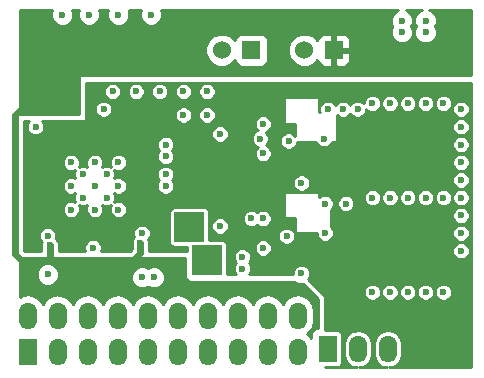
<source format=gbr>
%FSLAX46Y46*%
G04 Gerber Fmt 4.6, Leading zero omitted, Abs format (unit mm)*
G04 Created by KiCad (PCBNEW (2014-10-29 BZR 5235)-product) date 10/30/2014 3:07:56 PM*
%MOMM*%
G01*
G04 APERTURE LIST*
%ADD10C,0.100000*%
%ADD11R,1.524000X1.524000*%
%ADD12C,1.524000*%
%ADD13R,1.524000X2.286000*%
%ADD14O,1.524000X2.286000*%
%ADD15R,2.500000X2.500000*%
%ADD16C,0.600000*%
%ADD17C,0.600000*%
%ADD18C,0.254000*%
G04 APERTURE END LIST*
D10*
D11*
X173249680Y-72500000D03*
D12*
X170750320Y-72500000D03*
D13*
X172720000Y-97790000D03*
D14*
X175260000Y-97790000D03*
X177800000Y-97790000D03*
X160020000Y-94996000D03*
X162560000Y-94996000D03*
X165100000Y-94996000D03*
X167640000Y-94996000D03*
X167640000Y-98044000D03*
X165100000Y-98044000D03*
X162560000Y-98044000D03*
X160020000Y-98044000D03*
X170180000Y-98044000D03*
X170180000Y-94996000D03*
X157480000Y-94996000D03*
X157480000Y-98044000D03*
D13*
X147320000Y-98044000D03*
D14*
X149860000Y-98044000D03*
X152400000Y-98044000D03*
X154940000Y-98044000D03*
X154940000Y-94996000D03*
X152400000Y-94996000D03*
X149860000Y-94996000D03*
X147320000Y-94996000D03*
D11*
X166249680Y-72500000D03*
D12*
X163750320Y-72500000D03*
D15*
X161000000Y-87500000D03*
X162500000Y-90250000D03*
D16*
X167000000Y-80000000D03*
X163600000Y-79600000D03*
X163600000Y-87400000D03*
X153750000Y-77500000D03*
X160500000Y-76000000D03*
X158500000Y-76000000D03*
X156500000Y-76000000D03*
X154500000Y-76000000D03*
X162500000Y-76000000D03*
X160500000Y-78000000D03*
X162500000Y-78000000D03*
X149000000Y-91500000D03*
X157750000Y-69500000D03*
X150250000Y-69500000D03*
X175250000Y-77500000D03*
X174000000Y-77500000D03*
X172750000Y-77500000D03*
X174250000Y-85500000D03*
X172500000Y-85500000D03*
X170500000Y-91400000D03*
X157000000Y-88000000D03*
X154000000Y-85000000D03*
X152000000Y-85000000D03*
X154000000Y-83000000D03*
X152000000Y-83000000D03*
X155000000Y-84000000D03*
X155000000Y-86000000D03*
X153000000Y-86000000D03*
X151000000Y-86000000D03*
X153000000Y-84000000D03*
X155000000Y-82000000D03*
X151000000Y-82000000D03*
X176500000Y-85000000D03*
X178000000Y-85000000D03*
X179500000Y-85000000D03*
X181000000Y-85000000D03*
X182500000Y-85000000D03*
X176500000Y-77000000D03*
X178000000Y-77000000D03*
X179500000Y-77000000D03*
X181000000Y-77000000D03*
X182500000Y-77000000D03*
X176500000Y-93000000D03*
X178000000Y-93000000D03*
X179500000Y-93000000D03*
X181000000Y-93000000D03*
X182500000Y-93000000D03*
X166250000Y-86750000D03*
X148000000Y-79000000D03*
X153000000Y-82000000D03*
X151000000Y-84000000D03*
X170500000Y-83750000D03*
X149000000Y-88200000D03*
X165500000Y-90000000D03*
X165500000Y-91000000D03*
X184000000Y-89500000D03*
X184000000Y-88000000D03*
X184000000Y-86500000D03*
X184000000Y-85000000D03*
X184000000Y-83500000D03*
X184000000Y-82000000D03*
X184000000Y-80500000D03*
X184000000Y-79000000D03*
X184000000Y-77500000D03*
X152500000Y-69500000D03*
X155000000Y-69500000D03*
X179000000Y-70000000D03*
X181000000Y-70000000D03*
X181000000Y-71000000D03*
X179000000Y-71000000D03*
X152850021Y-89225114D03*
X156854438Y-88808537D03*
X184250000Y-73750000D03*
X183000000Y-73750000D03*
X183600000Y-72500000D03*
X184250000Y-71250000D03*
X183000000Y-71250000D03*
X151250000Y-77500000D03*
X149200000Y-89000000D03*
X169250000Y-88250000D03*
X169400000Y-80200000D03*
X169400000Y-80200000D03*
X172500000Y-88000000D03*
X172400000Y-80000000D03*
X167250000Y-89250000D03*
X159000000Y-84000000D03*
X167250000Y-86750000D03*
X159000000Y-83000000D03*
X167250000Y-81250000D03*
X167250000Y-81250000D03*
X159000000Y-81500000D03*
X167250000Y-78750000D03*
X167250000Y-78750000D03*
X159000000Y-80500000D03*
X163500000Y-81500000D03*
X165500000Y-82250000D03*
X163600000Y-85200000D03*
X166000000Y-85250000D03*
X168000000Y-88000846D03*
X168000000Y-79999151D03*
X160750000Y-79750000D03*
X160750000Y-84750000D03*
X160700000Y-82248955D03*
X147250000Y-80750000D03*
X147250000Y-85750000D03*
X147250000Y-84750000D03*
X147750000Y-84250000D03*
X147250000Y-83750000D03*
X147250000Y-82750000D03*
X147250000Y-81750000D03*
X147750000Y-81250000D03*
X156500000Y-79000000D03*
X158250000Y-84750000D03*
X148000000Y-89250000D03*
X151250000Y-78899998D03*
X153760729Y-78899998D03*
X158250000Y-82250000D03*
X158000000Y-91750000D03*
X157000000Y-91750000D03*
D17*
X151250000Y-77500000D02*
X146750000Y-77500000D01*
X146750000Y-77500000D02*
X146250000Y-78000000D01*
X146250000Y-78000000D02*
X146250000Y-89750000D01*
X146250000Y-89750000D02*
X146750000Y-90250000D01*
X156250000Y-90250000D02*
X156854438Y-89645562D01*
X156854438Y-89645562D02*
X156854438Y-88808537D01*
X149200000Y-90213526D02*
X149236474Y-90250000D01*
X149200000Y-89000000D02*
X149200000Y-90213526D01*
X149236474Y-90250000D02*
X156250000Y-90250000D01*
X146750000Y-90250000D02*
X149236474Y-90250000D01*
D18*
G36*
X184873000Y-99373000D02*
X184727126Y-99373000D01*
X184727126Y-89356025D01*
X184727126Y-87856025D01*
X184727126Y-86356025D01*
X184727126Y-84856025D01*
X184727126Y-83356025D01*
X184727126Y-81856025D01*
X184727126Y-80356025D01*
X184727126Y-78856025D01*
X184727126Y-77356025D01*
X184616680Y-77088725D01*
X184412350Y-76884039D01*
X184145244Y-76773126D01*
X183856025Y-76772874D01*
X183588725Y-76883320D01*
X183384039Y-77087650D01*
X183273126Y-77354756D01*
X183272874Y-77643975D01*
X183383320Y-77911275D01*
X183587650Y-78115961D01*
X183854756Y-78226874D01*
X184143975Y-78227126D01*
X184411275Y-78116680D01*
X184615961Y-77912350D01*
X184726874Y-77645244D01*
X184727126Y-77356025D01*
X184727126Y-78856025D01*
X184616680Y-78588725D01*
X184412350Y-78384039D01*
X184145244Y-78273126D01*
X183856025Y-78272874D01*
X183588725Y-78383320D01*
X183384039Y-78587650D01*
X183273126Y-78854756D01*
X183272874Y-79143975D01*
X183383320Y-79411275D01*
X183587650Y-79615961D01*
X183854756Y-79726874D01*
X184143975Y-79727126D01*
X184411275Y-79616680D01*
X184615961Y-79412350D01*
X184726874Y-79145244D01*
X184727126Y-78856025D01*
X184727126Y-80356025D01*
X184616680Y-80088725D01*
X184412350Y-79884039D01*
X184145244Y-79773126D01*
X183856025Y-79772874D01*
X183588725Y-79883320D01*
X183384039Y-80087650D01*
X183273126Y-80354756D01*
X183272874Y-80643975D01*
X183383320Y-80911275D01*
X183587650Y-81115961D01*
X183854756Y-81226874D01*
X184143975Y-81227126D01*
X184411275Y-81116680D01*
X184615961Y-80912350D01*
X184726874Y-80645244D01*
X184727126Y-80356025D01*
X184727126Y-81856025D01*
X184616680Y-81588725D01*
X184412350Y-81384039D01*
X184145244Y-81273126D01*
X183856025Y-81272874D01*
X183588725Y-81383320D01*
X183384039Y-81587650D01*
X183273126Y-81854756D01*
X183272874Y-82143975D01*
X183383320Y-82411275D01*
X183587650Y-82615961D01*
X183854756Y-82726874D01*
X184143975Y-82727126D01*
X184411275Y-82616680D01*
X184615961Y-82412350D01*
X184726874Y-82145244D01*
X184727126Y-81856025D01*
X184727126Y-83356025D01*
X184616680Y-83088725D01*
X184412350Y-82884039D01*
X184145244Y-82773126D01*
X183856025Y-82772874D01*
X183588725Y-82883320D01*
X183384039Y-83087650D01*
X183273126Y-83354756D01*
X183272874Y-83643975D01*
X183383320Y-83911275D01*
X183587650Y-84115961D01*
X183854756Y-84226874D01*
X184143975Y-84227126D01*
X184411275Y-84116680D01*
X184615961Y-83912350D01*
X184726874Y-83645244D01*
X184727126Y-83356025D01*
X184727126Y-84856025D01*
X184616680Y-84588725D01*
X184412350Y-84384039D01*
X184145244Y-84273126D01*
X183856025Y-84272874D01*
X183588725Y-84383320D01*
X183384039Y-84587650D01*
X183273126Y-84854756D01*
X183272874Y-85143975D01*
X183383320Y-85411275D01*
X183587650Y-85615961D01*
X183854756Y-85726874D01*
X184143975Y-85727126D01*
X184411275Y-85616680D01*
X184615961Y-85412350D01*
X184726874Y-85145244D01*
X184727126Y-84856025D01*
X184727126Y-86356025D01*
X184616680Y-86088725D01*
X184412350Y-85884039D01*
X184145244Y-85773126D01*
X183856025Y-85772874D01*
X183588725Y-85883320D01*
X183384039Y-86087650D01*
X183273126Y-86354756D01*
X183272874Y-86643975D01*
X183383320Y-86911275D01*
X183587650Y-87115961D01*
X183854756Y-87226874D01*
X184143975Y-87227126D01*
X184411275Y-87116680D01*
X184615961Y-86912350D01*
X184726874Y-86645244D01*
X184727126Y-86356025D01*
X184727126Y-87856025D01*
X184616680Y-87588725D01*
X184412350Y-87384039D01*
X184145244Y-87273126D01*
X183856025Y-87272874D01*
X183588725Y-87383320D01*
X183384039Y-87587650D01*
X183273126Y-87854756D01*
X183272874Y-88143975D01*
X183383320Y-88411275D01*
X183587650Y-88615961D01*
X183854756Y-88726874D01*
X184143975Y-88727126D01*
X184411275Y-88616680D01*
X184615961Y-88412350D01*
X184726874Y-88145244D01*
X184727126Y-87856025D01*
X184727126Y-89356025D01*
X184616680Y-89088725D01*
X184412350Y-88884039D01*
X184145244Y-88773126D01*
X183856025Y-88772874D01*
X183588725Y-88883320D01*
X183384039Y-89087650D01*
X183273126Y-89354756D01*
X183272874Y-89643975D01*
X183383320Y-89911275D01*
X183587650Y-90115961D01*
X183854756Y-90226874D01*
X184143975Y-90227126D01*
X184411275Y-90116680D01*
X184615961Y-89912350D01*
X184726874Y-89645244D01*
X184727126Y-89356025D01*
X184727126Y-99373000D01*
X183227126Y-99373000D01*
X183227126Y-92856025D01*
X183227126Y-84856025D01*
X183227126Y-76856025D01*
X183116680Y-76588725D01*
X182912350Y-76384039D01*
X182645244Y-76273126D01*
X182356025Y-76272874D01*
X182088725Y-76383320D01*
X181884039Y-76587650D01*
X181773126Y-76854756D01*
X181772874Y-77143975D01*
X181883320Y-77411275D01*
X182087650Y-77615961D01*
X182354756Y-77726874D01*
X182643975Y-77727126D01*
X182911275Y-77616680D01*
X183115961Y-77412350D01*
X183226874Y-77145244D01*
X183227126Y-76856025D01*
X183227126Y-84856025D01*
X183116680Y-84588725D01*
X182912350Y-84384039D01*
X182645244Y-84273126D01*
X182356025Y-84272874D01*
X182088725Y-84383320D01*
X181884039Y-84587650D01*
X181773126Y-84854756D01*
X181772874Y-85143975D01*
X181883320Y-85411275D01*
X182087650Y-85615961D01*
X182354756Y-85726874D01*
X182643975Y-85727126D01*
X182911275Y-85616680D01*
X183115961Y-85412350D01*
X183226874Y-85145244D01*
X183227126Y-84856025D01*
X183227126Y-92856025D01*
X183116680Y-92588725D01*
X182912350Y-92384039D01*
X182645244Y-92273126D01*
X182356025Y-92272874D01*
X182088725Y-92383320D01*
X181884039Y-92587650D01*
X181773126Y-92854756D01*
X181772874Y-93143975D01*
X181883320Y-93411275D01*
X182087650Y-93615961D01*
X182354756Y-93726874D01*
X182643975Y-93727126D01*
X182911275Y-93616680D01*
X183115961Y-93412350D01*
X183226874Y-93145244D01*
X183227126Y-92856025D01*
X183227126Y-99373000D01*
X181727126Y-99373000D01*
X181727126Y-92856025D01*
X181727126Y-84856025D01*
X181727126Y-76856025D01*
X181616680Y-76588725D01*
X181412350Y-76384039D01*
X181145244Y-76273126D01*
X180856025Y-76272874D01*
X180588725Y-76383320D01*
X180384039Y-76587650D01*
X180273126Y-76854756D01*
X180272874Y-77143975D01*
X180383320Y-77411275D01*
X180587650Y-77615961D01*
X180854756Y-77726874D01*
X181143975Y-77727126D01*
X181411275Y-77616680D01*
X181615961Y-77412350D01*
X181726874Y-77145244D01*
X181727126Y-76856025D01*
X181727126Y-84856025D01*
X181616680Y-84588725D01*
X181412350Y-84384039D01*
X181145244Y-84273126D01*
X180856025Y-84272874D01*
X180588725Y-84383320D01*
X180384039Y-84587650D01*
X180273126Y-84854756D01*
X180272874Y-85143975D01*
X180383320Y-85411275D01*
X180587650Y-85615961D01*
X180854756Y-85726874D01*
X181143975Y-85727126D01*
X181411275Y-85616680D01*
X181615961Y-85412350D01*
X181726874Y-85145244D01*
X181727126Y-84856025D01*
X181727126Y-92856025D01*
X181616680Y-92588725D01*
X181412350Y-92384039D01*
X181145244Y-92273126D01*
X180856025Y-92272874D01*
X180588725Y-92383320D01*
X180384039Y-92587650D01*
X180273126Y-92854756D01*
X180272874Y-93143975D01*
X180383320Y-93411275D01*
X180587650Y-93615961D01*
X180854756Y-93726874D01*
X181143975Y-93727126D01*
X181411275Y-93616680D01*
X181615961Y-93412350D01*
X181726874Y-93145244D01*
X181727126Y-92856025D01*
X181727126Y-99373000D01*
X180227126Y-99373000D01*
X180227126Y-92856025D01*
X180227126Y-84856025D01*
X180227126Y-76856025D01*
X180116680Y-76588725D01*
X179912350Y-76384039D01*
X179645244Y-76273126D01*
X179356025Y-76272874D01*
X179088725Y-76383320D01*
X178884039Y-76587650D01*
X178773126Y-76854756D01*
X178772874Y-77143975D01*
X178883320Y-77411275D01*
X179087650Y-77615961D01*
X179354756Y-77726874D01*
X179643975Y-77727126D01*
X179911275Y-77616680D01*
X180115961Y-77412350D01*
X180226874Y-77145244D01*
X180227126Y-76856025D01*
X180227126Y-84856025D01*
X180116680Y-84588725D01*
X179912350Y-84384039D01*
X179645244Y-84273126D01*
X179356025Y-84272874D01*
X179088725Y-84383320D01*
X178884039Y-84587650D01*
X178773126Y-84854756D01*
X178772874Y-85143975D01*
X178883320Y-85411275D01*
X179087650Y-85615961D01*
X179354756Y-85726874D01*
X179643975Y-85727126D01*
X179911275Y-85616680D01*
X180115961Y-85412350D01*
X180226874Y-85145244D01*
X180227126Y-84856025D01*
X180227126Y-92856025D01*
X180116680Y-92588725D01*
X179912350Y-92384039D01*
X179645244Y-92273126D01*
X179356025Y-92272874D01*
X179088725Y-92383320D01*
X178884039Y-92587650D01*
X178773126Y-92854756D01*
X178772874Y-93143975D01*
X178883320Y-93411275D01*
X179087650Y-93615961D01*
X179354756Y-93726874D01*
X179643975Y-93727126D01*
X179911275Y-93616680D01*
X180115961Y-93412350D01*
X180226874Y-93145244D01*
X180227126Y-92856025D01*
X180227126Y-99373000D01*
X177889275Y-99373000D01*
X178255011Y-99300251D01*
X178640750Y-99042508D01*
X178898493Y-98656769D01*
X178989000Y-98201758D01*
X178989000Y-97378242D01*
X178898493Y-96923231D01*
X178727126Y-96666762D01*
X178727126Y-92856025D01*
X178727126Y-84856025D01*
X178727126Y-76856025D01*
X178616680Y-76588725D01*
X178412350Y-76384039D01*
X178145244Y-76273126D01*
X177856025Y-76272874D01*
X177588725Y-76383320D01*
X177384039Y-76587650D01*
X177273126Y-76854756D01*
X177272874Y-77143975D01*
X177383320Y-77411275D01*
X177587650Y-77615961D01*
X177854756Y-77726874D01*
X178143975Y-77727126D01*
X178411275Y-77616680D01*
X178615961Y-77412350D01*
X178726874Y-77145244D01*
X178727126Y-76856025D01*
X178727126Y-84856025D01*
X178616680Y-84588725D01*
X178412350Y-84384039D01*
X178145244Y-84273126D01*
X177856025Y-84272874D01*
X177588725Y-84383320D01*
X177384039Y-84587650D01*
X177273126Y-84854756D01*
X177272874Y-85143975D01*
X177383320Y-85411275D01*
X177587650Y-85615961D01*
X177854756Y-85726874D01*
X178143975Y-85727126D01*
X178411275Y-85616680D01*
X178615961Y-85412350D01*
X178726874Y-85145244D01*
X178727126Y-84856025D01*
X178727126Y-92856025D01*
X178616680Y-92588725D01*
X178412350Y-92384039D01*
X178145244Y-92273126D01*
X177856025Y-92272874D01*
X177588725Y-92383320D01*
X177384039Y-92587650D01*
X177273126Y-92854756D01*
X177272874Y-93143975D01*
X177383320Y-93411275D01*
X177587650Y-93615961D01*
X177854756Y-93726874D01*
X178143975Y-93727126D01*
X178411275Y-93616680D01*
X178615961Y-93412350D01*
X178726874Y-93145244D01*
X178727126Y-92856025D01*
X178727126Y-96666762D01*
X178640750Y-96537492D01*
X178255011Y-96279749D01*
X177800000Y-96189242D01*
X177344989Y-96279749D01*
X177227126Y-96358502D01*
X177227126Y-92856025D01*
X177227126Y-84856025D01*
X177227126Y-76856025D01*
X177116680Y-76588725D01*
X176912350Y-76384039D01*
X176645244Y-76273126D01*
X176356025Y-76272874D01*
X176088725Y-76383320D01*
X175884039Y-76587650D01*
X175773126Y-76854756D01*
X175773003Y-76994885D01*
X175662350Y-76884039D01*
X175395244Y-76773126D01*
X175106025Y-76772874D01*
X174838725Y-76883320D01*
X174634039Y-77087650D01*
X174625115Y-77109140D01*
X174616680Y-77088725D01*
X174412350Y-76884039D01*
X174145244Y-76773126D01*
X173856025Y-76772874D01*
X173588725Y-76883320D01*
X173384039Y-77087650D01*
X173375115Y-77109140D01*
X173366680Y-77088725D01*
X173162350Y-76884039D01*
X172895244Y-76773126D01*
X172606025Y-76772874D01*
X172338725Y-76883320D01*
X172134039Y-77087650D01*
X172023126Y-77354756D01*
X172022874Y-77643975D01*
X172063377Y-77742000D01*
X172008000Y-77742000D01*
X172008000Y-76492000D01*
X168992000Y-76492000D01*
X168992000Y-78758000D01*
X169992000Y-78758000D01*
X169992000Y-79764002D01*
X169812350Y-79584039D01*
X169545244Y-79473126D01*
X169256025Y-79472874D01*
X168988725Y-79583320D01*
X168784039Y-79787650D01*
X168673126Y-80054756D01*
X168672874Y-80343975D01*
X168783320Y-80611275D01*
X168987650Y-80815961D01*
X169254756Y-80926874D01*
X169543975Y-80927126D01*
X169811275Y-80816680D01*
X170015961Y-80612350D01*
X170126874Y-80345244D01*
X170126950Y-80258000D01*
X171719988Y-80258000D01*
X171783320Y-80411275D01*
X171987650Y-80615961D01*
X172254756Y-80726874D01*
X172543975Y-80727126D01*
X172811275Y-80616680D01*
X173015961Y-80412350D01*
X173080053Y-80258000D01*
X173508000Y-80258000D01*
X173508000Y-78036172D01*
X173587650Y-78115961D01*
X173854756Y-78226874D01*
X174143975Y-78227126D01*
X174411275Y-78116680D01*
X174615961Y-77912350D01*
X174624884Y-77890859D01*
X174633320Y-77911275D01*
X174837650Y-78115961D01*
X175104756Y-78226874D01*
X175393975Y-78227126D01*
X175661275Y-78116680D01*
X175865961Y-77912350D01*
X175976874Y-77645244D01*
X175976996Y-77505114D01*
X176087650Y-77615961D01*
X176354756Y-77726874D01*
X176643975Y-77727126D01*
X176911275Y-77616680D01*
X177115961Y-77412350D01*
X177226874Y-77145244D01*
X177227126Y-76856025D01*
X177227126Y-84856025D01*
X177116680Y-84588725D01*
X176912350Y-84384039D01*
X176645244Y-84273126D01*
X176356025Y-84272874D01*
X176088725Y-84383320D01*
X175884039Y-84587650D01*
X175773126Y-84854756D01*
X175772874Y-85143975D01*
X175883320Y-85411275D01*
X176087650Y-85615961D01*
X176354756Y-85726874D01*
X176643975Y-85727126D01*
X176911275Y-85616680D01*
X177115961Y-85412350D01*
X177226874Y-85145244D01*
X177227126Y-84856025D01*
X177227126Y-92856025D01*
X177116680Y-92588725D01*
X176912350Y-92384039D01*
X176645244Y-92273126D01*
X176356025Y-92272874D01*
X176088725Y-92383320D01*
X175884039Y-92587650D01*
X175773126Y-92854756D01*
X175772874Y-93143975D01*
X175883320Y-93411275D01*
X176087650Y-93615961D01*
X176354756Y-93726874D01*
X176643975Y-93727126D01*
X176911275Y-93616680D01*
X177115961Y-93412350D01*
X177226874Y-93145244D01*
X177227126Y-92856025D01*
X177227126Y-96358502D01*
X176959250Y-96537492D01*
X176701507Y-96923231D01*
X176611000Y-97378242D01*
X176611000Y-98201758D01*
X176701507Y-98656769D01*
X176959250Y-99042508D01*
X177344989Y-99300251D01*
X177710724Y-99373000D01*
X175349275Y-99373000D01*
X175715011Y-99300251D01*
X176100750Y-99042508D01*
X176358493Y-98656769D01*
X176449000Y-98201758D01*
X176449000Y-97378242D01*
X176358493Y-96923231D01*
X176100750Y-96537492D01*
X175715011Y-96279749D01*
X175260000Y-96189242D01*
X174977126Y-96245508D01*
X174977126Y-85356025D01*
X174866680Y-85088725D01*
X174662350Y-84884039D01*
X174395244Y-84773126D01*
X174106025Y-84772874D01*
X173838725Y-84883320D01*
X173634039Y-85087650D01*
X173523126Y-85354756D01*
X173522874Y-85643975D01*
X173633320Y-85911275D01*
X173837650Y-86115961D01*
X174104756Y-86226874D01*
X174393975Y-86227126D01*
X174661275Y-86116680D01*
X174865961Y-85912350D01*
X174976874Y-85645244D01*
X174977126Y-85356025D01*
X174977126Y-96245508D01*
X174804989Y-96279749D01*
X174419250Y-96537492D01*
X174161507Y-96923231D01*
X174071000Y-97378242D01*
X174071000Y-98201758D01*
X174161507Y-98656769D01*
X174419250Y-99042508D01*
X174804989Y-99300251D01*
X175170724Y-99373000D01*
X172508000Y-99373000D01*
X172508000Y-99360000D01*
X173566935Y-99360000D01*
X173723876Y-99294993D01*
X173843993Y-99174876D01*
X173909000Y-99017936D01*
X173909000Y-98848065D01*
X173909000Y-96562065D01*
X173843993Y-96405124D01*
X173723876Y-96285007D01*
X173566936Y-96220000D01*
X173397065Y-96220000D01*
X173227126Y-96220000D01*
X173227126Y-87856025D01*
X173116680Y-87588725D01*
X173008000Y-87479855D01*
X173008000Y-86020123D01*
X173115961Y-85912350D01*
X173226874Y-85645244D01*
X173227126Y-85356025D01*
X173116680Y-85088725D01*
X172912350Y-84884039D01*
X172645244Y-84773126D01*
X172356025Y-84772874D01*
X172088725Y-84883320D01*
X172008000Y-84963904D01*
X172008000Y-84492000D01*
X171227126Y-84492000D01*
X171227126Y-83606025D01*
X171116680Y-83338725D01*
X170912350Y-83134039D01*
X170645244Y-83023126D01*
X170356025Y-83022874D01*
X170088725Y-83133320D01*
X169884039Y-83337650D01*
X169773126Y-83604756D01*
X169772874Y-83893975D01*
X169883320Y-84161275D01*
X170087650Y-84365961D01*
X170354756Y-84476874D01*
X170643975Y-84477126D01*
X170911275Y-84366680D01*
X171115961Y-84162350D01*
X171226874Y-83895244D01*
X171227126Y-83606025D01*
X171227126Y-84492000D01*
X168992000Y-84492000D01*
X168992000Y-86758000D01*
X169992000Y-86758000D01*
X169992000Y-88008000D01*
X171772992Y-88008000D01*
X171772874Y-88143975D01*
X171883320Y-88411275D01*
X172087650Y-88615961D01*
X172354756Y-88726874D01*
X172643975Y-88727126D01*
X172911275Y-88616680D01*
X173115961Y-88412350D01*
X173226874Y-88145244D01*
X173227126Y-87856025D01*
X173227126Y-96220000D01*
X172508000Y-96220000D01*
X172508000Y-93289580D01*
X171073328Y-91854908D01*
X171115961Y-91812350D01*
X171226874Y-91545244D01*
X171227126Y-91256025D01*
X171116680Y-90988725D01*
X170912350Y-90784039D01*
X170645244Y-90673126D01*
X170356025Y-90672874D01*
X170088725Y-90783320D01*
X169977126Y-90894724D01*
X169977126Y-88106025D01*
X169866680Y-87838725D01*
X169662350Y-87634039D01*
X169395244Y-87523126D01*
X169106025Y-87522874D01*
X168838725Y-87633320D01*
X168634039Y-87837650D01*
X168523126Y-88104756D01*
X168522874Y-88393975D01*
X168633320Y-88661275D01*
X168837650Y-88865961D01*
X169104756Y-88976874D01*
X169393975Y-88977126D01*
X169661275Y-88866680D01*
X169865961Y-88662350D01*
X169976874Y-88395244D01*
X169977126Y-88106025D01*
X169977126Y-90894724D01*
X169884039Y-90987650D01*
X169773126Y-91254756D01*
X169772919Y-91492000D01*
X167977126Y-91492000D01*
X167977126Y-89106025D01*
X167977126Y-86606025D01*
X167977126Y-81106025D01*
X167866680Y-80838725D01*
X167662350Y-80634039D01*
X167472751Y-80555310D01*
X167615961Y-80412350D01*
X167726874Y-80145244D01*
X167727126Y-79856025D01*
X167616680Y-79588725D01*
X167472773Y-79444567D01*
X167661275Y-79366680D01*
X167865961Y-79162350D01*
X167976874Y-78895244D01*
X167977126Y-78606025D01*
X167866680Y-78338725D01*
X167662350Y-78134039D01*
X167395244Y-78023126D01*
X167106025Y-78022874D01*
X166838725Y-78133320D01*
X166634039Y-78337650D01*
X166523126Y-78604756D01*
X166522874Y-78893975D01*
X166633320Y-79161275D01*
X166777226Y-79305432D01*
X166588725Y-79383320D01*
X166384039Y-79587650D01*
X166273126Y-79854756D01*
X166272874Y-80143975D01*
X166383320Y-80411275D01*
X166587650Y-80615961D01*
X166777248Y-80694689D01*
X166634039Y-80837650D01*
X166523126Y-81104756D01*
X166522874Y-81393975D01*
X166633320Y-81661275D01*
X166837650Y-81865961D01*
X167104756Y-81976874D01*
X167393975Y-81977126D01*
X167661275Y-81866680D01*
X167865961Y-81662350D01*
X167976874Y-81395244D01*
X167977126Y-81106025D01*
X167977126Y-86606025D01*
X167866680Y-86338725D01*
X167662350Y-86134039D01*
X167395244Y-86023126D01*
X167106025Y-86022874D01*
X166838725Y-86133320D01*
X166750024Y-86221866D01*
X166662350Y-86134039D01*
X166395244Y-86023126D01*
X166106025Y-86022874D01*
X165838725Y-86133320D01*
X165634039Y-86337650D01*
X165523126Y-86604756D01*
X165522874Y-86893975D01*
X165633320Y-87161275D01*
X165837650Y-87365961D01*
X166104756Y-87476874D01*
X166393975Y-87477126D01*
X166661275Y-87366680D01*
X166749975Y-87278133D01*
X166837650Y-87365961D01*
X167104756Y-87476874D01*
X167393975Y-87477126D01*
X167661275Y-87366680D01*
X167865961Y-87162350D01*
X167976874Y-86895244D01*
X167977126Y-86606025D01*
X167977126Y-89106025D01*
X167866680Y-88838725D01*
X167662350Y-88634039D01*
X167395244Y-88523126D01*
X167106025Y-88522874D01*
X166838725Y-88633320D01*
X166634039Y-88837650D01*
X166523126Y-89104756D01*
X166522874Y-89393975D01*
X166633320Y-89661275D01*
X166837650Y-89865961D01*
X167104756Y-89976874D01*
X167393975Y-89977126D01*
X167661275Y-89866680D01*
X167865961Y-89662350D01*
X167976874Y-89395244D01*
X167977126Y-89106025D01*
X167977126Y-91492000D01*
X166036172Y-91492000D01*
X166115961Y-91412350D01*
X166226874Y-91145244D01*
X166227126Y-90856025D01*
X166116680Y-90588725D01*
X166028133Y-90500024D01*
X166115961Y-90412350D01*
X166226874Y-90145244D01*
X166227126Y-89856025D01*
X166116680Y-89588725D01*
X165912350Y-89384039D01*
X165645244Y-89273126D01*
X165356025Y-89272874D01*
X165088725Y-89383320D01*
X164884039Y-89587650D01*
X164773126Y-89854756D01*
X164772874Y-90143975D01*
X164883320Y-90411275D01*
X164971866Y-90499975D01*
X164884039Y-90587650D01*
X164773126Y-90854756D01*
X164772874Y-91143975D01*
X164883320Y-91411275D01*
X164963904Y-91492000D01*
X164327126Y-91492000D01*
X164327126Y-87256025D01*
X164327126Y-79456025D01*
X164216680Y-79188725D01*
X164012350Y-78984039D01*
X163745244Y-78873126D01*
X163456025Y-78872874D01*
X163227126Y-78967453D01*
X163227126Y-77856025D01*
X163227126Y-75856025D01*
X163116680Y-75588725D01*
X162912350Y-75384039D01*
X162645244Y-75273126D01*
X162356025Y-75272874D01*
X162088725Y-75383320D01*
X161884039Y-75587650D01*
X161773126Y-75854756D01*
X161772874Y-76143975D01*
X161883320Y-76411275D01*
X162087650Y-76615961D01*
X162354756Y-76726874D01*
X162643975Y-76727126D01*
X162911275Y-76616680D01*
X163115961Y-76412350D01*
X163226874Y-76145244D01*
X163227126Y-75856025D01*
X163227126Y-77856025D01*
X163116680Y-77588725D01*
X162912350Y-77384039D01*
X162645244Y-77273126D01*
X162356025Y-77272874D01*
X162088725Y-77383320D01*
X161884039Y-77587650D01*
X161773126Y-77854756D01*
X161772874Y-78143975D01*
X161883320Y-78411275D01*
X162087650Y-78615961D01*
X162354756Y-78726874D01*
X162643975Y-78727126D01*
X162911275Y-78616680D01*
X163115961Y-78412350D01*
X163226874Y-78145244D01*
X163227126Y-77856025D01*
X163227126Y-78967453D01*
X163188725Y-78983320D01*
X162984039Y-79187650D01*
X162873126Y-79454756D01*
X162872874Y-79743975D01*
X162983320Y-80011275D01*
X163187650Y-80215961D01*
X163454756Y-80326874D01*
X163743975Y-80327126D01*
X164011275Y-80216680D01*
X164215961Y-80012350D01*
X164326874Y-79745244D01*
X164327126Y-79456025D01*
X164327126Y-87256025D01*
X164216680Y-86988725D01*
X164012350Y-86784039D01*
X163745244Y-86673126D01*
X163456025Y-86672874D01*
X163188725Y-86783320D01*
X162984039Y-86987650D01*
X162873126Y-87254756D01*
X162872874Y-87543975D01*
X162983320Y-87811275D01*
X163187650Y-88015961D01*
X163454756Y-88126874D01*
X163743975Y-88127126D01*
X164011275Y-88016680D01*
X164215961Y-87812350D01*
X164326874Y-87545244D01*
X164327126Y-87256025D01*
X164327126Y-91492000D01*
X164177000Y-91492000D01*
X164177000Y-91415065D01*
X164177000Y-88915065D01*
X164111993Y-88758124D01*
X163991876Y-88638007D01*
X163834936Y-88573000D01*
X163665065Y-88573000D01*
X162677000Y-88573000D01*
X162677000Y-86165065D01*
X162611993Y-86008124D01*
X162491876Y-85888007D01*
X162334936Y-85823000D01*
X162165065Y-85823000D01*
X161227126Y-85823000D01*
X161227126Y-77856025D01*
X161227126Y-75856025D01*
X161116680Y-75588725D01*
X160912350Y-75384039D01*
X160645244Y-75273126D01*
X160356025Y-75272874D01*
X160088725Y-75383320D01*
X159884039Y-75587650D01*
X159773126Y-75854756D01*
X159772874Y-76143975D01*
X159883320Y-76411275D01*
X160087650Y-76615961D01*
X160354756Y-76726874D01*
X160643975Y-76727126D01*
X160911275Y-76616680D01*
X161115961Y-76412350D01*
X161226874Y-76145244D01*
X161227126Y-75856025D01*
X161227126Y-77856025D01*
X161116680Y-77588725D01*
X160912350Y-77384039D01*
X160645244Y-77273126D01*
X160356025Y-77272874D01*
X160088725Y-77383320D01*
X159884039Y-77587650D01*
X159773126Y-77854756D01*
X159772874Y-78143975D01*
X159883320Y-78411275D01*
X160087650Y-78615961D01*
X160354756Y-78726874D01*
X160643975Y-78727126D01*
X160911275Y-78616680D01*
X161115961Y-78412350D01*
X161226874Y-78145244D01*
X161227126Y-77856025D01*
X161227126Y-85823000D01*
X159727126Y-85823000D01*
X159727126Y-83856025D01*
X159616680Y-83588725D01*
X159528133Y-83500024D01*
X159615961Y-83412350D01*
X159726874Y-83145244D01*
X159727126Y-82856025D01*
X159727126Y-81356025D01*
X159616680Y-81088725D01*
X159528133Y-81000024D01*
X159615961Y-80912350D01*
X159726874Y-80645244D01*
X159727126Y-80356025D01*
X159616680Y-80088725D01*
X159412350Y-79884039D01*
X159227126Y-79807126D01*
X159227126Y-75856025D01*
X159116680Y-75588725D01*
X158912350Y-75384039D01*
X158645244Y-75273126D01*
X158356025Y-75272874D01*
X158088725Y-75383320D01*
X157884039Y-75587650D01*
X157773126Y-75854756D01*
X157772874Y-76143975D01*
X157883320Y-76411275D01*
X158087650Y-76615961D01*
X158354756Y-76726874D01*
X158643975Y-76727126D01*
X158911275Y-76616680D01*
X159115961Y-76412350D01*
X159226874Y-76145244D01*
X159227126Y-75856025D01*
X159227126Y-79807126D01*
X159145244Y-79773126D01*
X158856025Y-79772874D01*
X158588725Y-79883320D01*
X158384039Y-80087650D01*
X158273126Y-80354756D01*
X158272874Y-80643975D01*
X158383320Y-80911275D01*
X158471866Y-80999975D01*
X158384039Y-81087650D01*
X158273126Y-81354756D01*
X158272874Y-81643975D01*
X158383320Y-81911275D01*
X158587650Y-82115961D01*
X158854756Y-82226874D01*
X159143975Y-82227126D01*
X159411275Y-82116680D01*
X159615961Y-81912350D01*
X159726874Y-81645244D01*
X159727126Y-81356025D01*
X159727126Y-82856025D01*
X159616680Y-82588725D01*
X159412350Y-82384039D01*
X159145244Y-82273126D01*
X158856025Y-82272874D01*
X158588725Y-82383320D01*
X158384039Y-82587650D01*
X158273126Y-82854756D01*
X158272874Y-83143975D01*
X158383320Y-83411275D01*
X158471866Y-83499975D01*
X158384039Y-83587650D01*
X158273126Y-83854756D01*
X158272874Y-84143975D01*
X158383320Y-84411275D01*
X158587650Y-84615961D01*
X158854756Y-84726874D01*
X159143975Y-84727126D01*
X159411275Y-84616680D01*
X159615961Y-84412350D01*
X159726874Y-84145244D01*
X159727126Y-83856025D01*
X159727126Y-85823000D01*
X159665065Y-85823000D01*
X159508124Y-85888007D01*
X159388007Y-86008124D01*
X159323000Y-86165064D01*
X159323000Y-86334935D01*
X159323000Y-88834935D01*
X159388007Y-88991876D01*
X159508124Y-89111993D01*
X159665064Y-89177000D01*
X159834935Y-89177000D01*
X160823000Y-89177000D01*
X160823000Y-89492000D01*
X157581438Y-89492000D01*
X157581438Y-88809171D01*
X157581438Y-88808537D01*
X157581564Y-88664562D01*
X157526098Y-88530326D01*
X157517828Y-88510311D01*
X157615961Y-88412350D01*
X157726874Y-88145244D01*
X157727126Y-87856025D01*
X157616680Y-87588725D01*
X157412350Y-87384039D01*
X157227126Y-87307126D01*
X157227126Y-75856025D01*
X157116680Y-75588725D01*
X156912350Y-75384039D01*
X156645244Y-75273126D01*
X156356025Y-75272874D01*
X156088725Y-75383320D01*
X155884039Y-75587650D01*
X155773126Y-75854756D01*
X155772874Y-76143975D01*
X155883320Y-76411275D01*
X156087650Y-76615961D01*
X156354756Y-76726874D01*
X156643975Y-76727126D01*
X156911275Y-76616680D01*
X157115961Y-76412350D01*
X157226874Y-76145244D01*
X157227126Y-75856025D01*
X157227126Y-87307126D01*
X157145244Y-87273126D01*
X156856025Y-87272874D01*
X156588725Y-87383320D01*
X156384039Y-87587650D01*
X156273126Y-87854756D01*
X156272874Y-88143975D01*
X156336609Y-88298225D01*
X156238477Y-88396187D01*
X156127564Y-88663293D01*
X156127312Y-88952512D01*
X156127438Y-88952816D01*
X156127438Y-89344428D01*
X155979866Y-89492000D01*
X155727126Y-89492000D01*
X155727126Y-85856025D01*
X155616680Y-85588725D01*
X155412350Y-85384039D01*
X155145244Y-85273126D01*
X154856025Y-85272874D01*
X154636152Y-85363723D01*
X154726874Y-85145244D01*
X154727126Y-84856025D01*
X154636276Y-84636152D01*
X154854756Y-84726874D01*
X155143975Y-84727126D01*
X155411275Y-84616680D01*
X155615961Y-84412350D01*
X155726874Y-84145244D01*
X155727126Y-83856025D01*
X155616680Y-83588725D01*
X155412350Y-83384039D01*
X155145244Y-83273126D01*
X154856025Y-83272874D01*
X154636152Y-83363723D01*
X154726874Y-83145244D01*
X154727126Y-82856025D01*
X154636276Y-82636152D01*
X154854756Y-82726874D01*
X155143975Y-82727126D01*
X155411275Y-82616680D01*
X155615961Y-82412350D01*
X155726874Y-82145244D01*
X155727126Y-81856025D01*
X155616680Y-81588725D01*
X155412350Y-81384039D01*
X155227126Y-81307126D01*
X155227126Y-75856025D01*
X155116680Y-75588725D01*
X154912350Y-75384039D01*
X154645244Y-75273126D01*
X154356025Y-75272874D01*
X154088725Y-75383320D01*
X153884039Y-75587650D01*
X153773126Y-75854756D01*
X153772874Y-76143975D01*
X153883320Y-76411275D01*
X154087650Y-76615961D01*
X154354756Y-76726874D01*
X154643975Y-76727126D01*
X154911275Y-76616680D01*
X155115961Y-76412350D01*
X155226874Y-76145244D01*
X155227126Y-75856025D01*
X155227126Y-81307126D01*
X155145244Y-81273126D01*
X154856025Y-81272874D01*
X154588725Y-81383320D01*
X154477126Y-81494724D01*
X154477126Y-77356025D01*
X154366680Y-77088725D01*
X154162350Y-76884039D01*
X153895244Y-76773126D01*
X153606025Y-76772874D01*
X153338725Y-76883320D01*
X153134039Y-77087650D01*
X153023126Y-77354756D01*
X153022874Y-77643975D01*
X153133320Y-77911275D01*
X153337650Y-78115961D01*
X153604756Y-78226874D01*
X153893975Y-78227126D01*
X154161275Y-78116680D01*
X154365961Y-77912350D01*
X154476874Y-77645244D01*
X154477126Y-77356025D01*
X154477126Y-81494724D01*
X154384039Y-81587650D01*
X154273126Y-81854756D01*
X154272874Y-82143975D01*
X154363723Y-82363847D01*
X154145244Y-82273126D01*
X153856025Y-82272874D01*
X153636152Y-82363723D01*
X153726874Y-82145244D01*
X153727126Y-81856025D01*
X153616680Y-81588725D01*
X153412350Y-81384039D01*
X153145244Y-81273126D01*
X152856025Y-81272874D01*
X152588725Y-81383320D01*
X152384039Y-81587650D01*
X152273126Y-81854756D01*
X152272874Y-82143975D01*
X152363723Y-82363847D01*
X152145244Y-82273126D01*
X151856025Y-82272874D01*
X151636152Y-82363723D01*
X151726874Y-82145244D01*
X151727126Y-81856025D01*
X151616680Y-81588725D01*
X151412350Y-81384039D01*
X151145244Y-81273126D01*
X150856025Y-81272874D01*
X150588725Y-81383320D01*
X150384039Y-81587650D01*
X150273126Y-81854756D01*
X150272874Y-82143975D01*
X150383320Y-82411275D01*
X150587650Y-82615961D01*
X150854756Y-82726874D01*
X151143975Y-82727126D01*
X151363847Y-82636276D01*
X151273126Y-82854756D01*
X151272874Y-83143975D01*
X151363723Y-83363847D01*
X151145244Y-83273126D01*
X150856025Y-83272874D01*
X150588725Y-83383320D01*
X150384039Y-83587650D01*
X150273126Y-83854756D01*
X150272874Y-84143975D01*
X150383320Y-84411275D01*
X150587650Y-84615961D01*
X150854756Y-84726874D01*
X151143975Y-84727126D01*
X151363847Y-84636276D01*
X151273126Y-84854756D01*
X151272874Y-85143975D01*
X151363723Y-85363847D01*
X151145244Y-85273126D01*
X150856025Y-85272874D01*
X150588725Y-85383320D01*
X150384039Y-85587650D01*
X150273126Y-85854756D01*
X150272874Y-86143975D01*
X150383320Y-86411275D01*
X150587650Y-86615961D01*
X150854756Y-86726874D01*
X151143975Y-86727126D01*
X151411275Y-86616680D01*
X151615961Y-86412350D01*
X151726874Y-86145244D01*
X151727126Y-85856025D01*
X151636276Y-85636152D01*
X151854756Y-85726874D01*
X152143975Y-85727126D01*
X152363847Y-85636276D01*
X152273126Y-85854756D01*
X152272874Y-86143975D01*
X152383320Y-86411275D01*
X152587650Y-86615961D01*
X152854756Y-86726874D01*
X153143975Y-86727126D01*
X153411275Y-86616680D01*
X153615961Y-86412350D01*
X153726874Y-86145244D01*
X153727126Y-85856025D01*
X153636276Y-85636152D01*
X153854756Y-85726874D01*
X154143975Y-85727126D01*
X154363847Y-85636276D01*
X154273126Y-85854756D01*
X154272874Y-86143975D01*
X154383320Y-86411275D01*
X154587650Y-86615961D01*
X154854756Y-86726874D01*
X155143975Y-86727126D01*
X155411275Y-86616680D01*
X155615961Y-86412350D01*
X155726874Y-86145244D01*
X155727126Y-85856025D01*
X155727126Y-89492000D01*
X153526384Y-89492000D01*
X153576895Y-89370358D01*
X153577147Y-89081139D01*
X153466701Y-88813839D01*
X153262371Y-88609153D01*
X152995265Y-88498240D01*
X152706046Y-88497988D01*
X152438746Y-88608434D01*
X152234060Y-88812764D01*
X152123147Y-89079870D01*
X152122895Y-89369089D01*
X152173680Y-89492000D01*
X149927000Y-89492000D01*
X149927000Y-89000634D01*
X149927000Y-89000000D01*
X149927126Y-88856025D01*
X149871660Y-88721789D01*
X149816680Y-88588725D01*
X149714067Y-88485933D01*
X149714066Y-88485932D01*
X149681853Y-88453663D01*
X149726874Y-88345244D01*
X149727126Y-88056025D01*
X149616680Y-87788725D01*
X149412350Y-87584039D01*
X149145244Y-87473126D01*
X148856025Y-87472874D01*
X148588725Y-87583320D01*
X148384039Y-87787650D01*
X148273126Y-88054756D01*
X148272874Y-88343975D01*
X148383320Y-88611275D01*
X148518146Y-88746336D01*
X148473126Y-88854756D01*
X148472874Y-89143975D01*
X148473000Y-89144279D01*
X148473000Y-89492000D01*
X147020133Y-89492000D01*
X146977000Y-89448866D01*
X146977000Y-78508000D01*
X147463827Y-78508000D01*
X147384039Y-78587650D01*
X147273126Y-78854756D01*
X147272874Y-79143975D01*
X147383320Y-79411275D01*
X147587650Y-79615961D01*
X147854756Y-79726874D01*
X148143975Y-79727126D01*
X148411275Y-79616680D01*
X148615961Y-79412350D01*
X148726874Y-79145244D01*
X148727126Y-78856025D01*
X148616680Y-78588725D01*
X148536095Y-78508000D01*
X152258000Y-78508000D01*
X152258000Y-75258000D01*
X184873000Y-75258000D01*
X184873000Y-99373000D01*
X184873000Y-99373000D01*
G37*
X184873000Y-99373000D02*
X184727126Y-99373000D01*
X184727126Y-89356025D01*
X184727126Y-87856025D01*
X184727126Y-86356025D01*
X184727126Y-84856025D01*
X184727126Y-83356025D01*
X184727126Y-81856025D01*
X184727126Y-80356025D01*
X184727126Y-78856025D01*
X184727126Y-77356025D01*
X184616680Y-77088725D01*
X184412350Y-76884039D01*
X184145244Y-76773126D01*
X183856025Y-76772874D01*
X183588725Y-76883320D01*
X183384039Y-77087650D01*
X183273126Y-77354756D01*
X183272874Y-77643975D01*
X183383320Y-77911275D01*
X183587650Y-78115961D01*
X183854756Y-78226874D01*
X184143975Y-78227126D01*
X184411275Y-78116680D01*
X184615961Y-77912350D01*
X184726874Y-77645244D01*
X184727126Y-77356025D01*
X184727126Y-78856025D01*
X184616680Y-78588725D01*
X184412350Y-78384039D01*
X184145244Y-78273126D01*
X183856025Y-78272874D01*
X183588725Y-78383320D01*
X183384039Y-78587650D01*
X183273126Y-78854756D01*
X183272874Y-79143975D01*
X183383320Y-79411275D01*
X183587650Y-79615961D01*
X183854756Y-79726874D01*
X184143975Y-79727126D01*
X184411275Y-79616680D01*
X184615961Y-79412350D01*
X184726874Y-79145244D01*
X184727126Y-78856025D01*
X184727126Y-80356025D01*
X184616680Y-80088725D01*
X184412350Y-79884039D01*
X184145244Y-79773126D01*
X183856025Y-79772874D01*
X183588725Y-79883320D01*
X183384039Y-80087650D01*
X183273126Y-80354756D01*
X183272874Y-80643975D01*
X183383320Y-80911275D01*
X183587650Y-81115961D01*
X183854756Y-81226874D01*
X184143975Y-81227126D01*
X184411275Y-81116680D01*
X184615961Y-80912350D01*
X184726874Y-80645244D01*
X184727126Y-80356025D01*
X184727126Y-81856025D01*
X184616680Y-81588725D01*
X184412350Y-81384039D01*
X184145244Y-81273126D01*
X183856025Y-81272874D01*
X183588725Y-81383320D01*
X183384039Y-81587650D01*
X183273126Y-81854756D01*
X183272874Y-82143975D01*
X183383320Y-82411275D01*
X183587650Y-82615961D01*
X183854756Y-82726874D01*
X184143975Y-82727126D01*
X184411275Y-82616680D01*
X184615961Y-82412350D01*
X184726874Y-82145244D01*
X184727126Y-81856025D01*
X184727126Y-83356025D01*
X184616680Y-83088725D01*
X184412350Y-82884039D01*
X184145244Y-82773126D01*
X183856025Y-82772874D01*
X183588725Y-82883320D01*
X183384039Y-83087650D01*
X183273126Y-83354756D01*
X183272874Y-83643975D01*
X183383320Y-83911275D01*
X183587650Y-84115961D01*
X183854756Y-84226874D01*
X184143975Y-84227126D01*
X184411275Y-84116680D01*
X184615961Y-83912350D01*
X184726874Y-83645244D01*
X184727126Y-83356025D01*
X184727126Y-84856025D01*
X184616680Y-84588725D01*
X184412350Y-84384039D01*
X184145244Y-84273126D01*
X183856025Y-84272874D01*
X183588725Y-84383320D01*
X183384039Y-84587650D01*
X183273126Y-84854756D01*
X183272874Y-85143975D01*
X183383320Y-85411275D01*
X183587650Y-85615961D01*
X183854756Y-85726874D01*
X184143975Y-85727126D01*
X184411275Y-85616680D01*
X184615961Y-85412350D01*
X184726874Y-85145244D01*
X184727126Y-84856025D01*
X184727126Y-86356025D01*
X184616680Y-86088725D01*
X184412350Y-85884039D01*
X184145244Y-85773126D01*
X183856025Y-85772874D01*
X183588725Y-85883320D01*
X183384039Y-86087650D01*
X183273126Y-86354756D01*
X183272874Y-86643975D01*
X183383320Y-86911275D01*
X183587650Y-87115961D01*
X183854756Y-87226874D01*
X184143975Y-87227126D01*
X184411275Y-87116680D01*
X184615961Y-86912350D01*
X184726874Y-86645244D01*
X184727126Y-86356025D01*
X184727126Y-87856025D01*
X184616680Y-87588725D01*
X184412350Y-87384039D01*
X184145244Y-87273126D01*
X183856025Y-87272874D01*
X183588725Y-87383320D01*
X183384039Y-87587650D01*
X183273126Y-87854756D01*
X183272874Y-88143975D01*
X183383320Y-88411275D01*
X183587650Y-88615961D01*
X183854756Y-88726874D01*
X184143975Y-88727126D01*
X184411275Y-88616680D01*
X184615961Y-88412350D01*
X184726874Y-88145244D01*
X184727126Y-87856025D01*
X184727126Y-89356025D01*
X184616680Y-89088725D01*
X184412350Y-88884039D01*
X184145244Y-88773126D01*
X183856025Y-88772874D01*
X183588725Y-88883320D01*
X183384039Y-89087650D01*
X183273126Y-89354756D01*
X183272874Y-89643975D01*
X183383320Y-89911275D01*
X183587650Y-90115961D01*
X183854756Y-90226874D01*
X184143975Y-90227126D01*
X184411275Y-90116680D01*
X184615961Y-89912350D01*
X184726874Y-89645244D01*
X184727126Y-89356025D01*
X184727126Y-99373000D01*
X183227126Y-99373000D01*
X183227126Y-92856025D01*
X183227126Y-84856025D01*
X183227126Y-76856025D01*
X183116680Y-76588725D01*
X182912350Y-76384039D01*
X182645244Y-76273126D01*
X182356025Y-76272874D01*
X182088725Y-76383320D01*
X181884039Y-76587650D01*
X181773126Y-76854756D01*
X181772874Y-77143975D01*
X181883320Y-77411275D01*
X182087650Y-77615961D01*
X182354756Y-77726874D01*
X182643975Y-77727126D01*
X182911275Y-77616680D01*
X183115961Y-77412350D01*
X183226874Y-77145244D01*
X183227126Y-76856025D01*
X183227126Y-84856025D01*
X183116680Y-84588725D01*
X182912350Y-84384039D01*
X182645244Y-84273126D01*
X182356025Y-84272874D01*
X182088725Y-84383320D01*
X181884039Y-84587650D01*
X181773126Y-84854756D01*
X181772874Y-85143975D01*
X181883320Y-85411275D01*
X182087650Y-85615961D01*
X182354756Y-85726874D01*
X182643975Y-85727126D01*
X182911275Y-85616680D01*
X183115961Y-85412350D01*
X183226874Y-85145244D01*
X183227126Y-84856025D01*
X183227126Y-92856025D01*
X183116680Y-92588725D01*
X182912350Y-92384039D01*
X182645244Y-92273126D01*
X182356025Y-92272874D01*
X182088725Y-92383320D01*
X181884039Y-92587650D01*
X181773126Y-92854756D01*
X181772874Y-93143975D01*
X181883320Y-93411275D01*
X182087650Y-93615961D01*
X182354756Y-93726874D01*
X182643975Y-93727126D01*
X182911275Y-93616680D01*
X183115961Y-93412350D01*
X183226874Y-93145244D01*
X183227126Y-92856025D01*
X183227126Y-99373000D01*
X181727126Y-99373000D01*
X181727126Y-92856025D01*
X181727126Y-84856025D01*
X181727126Y-76856025D01*
X181616680Y-76588725D01*
X181412350Y-76384039D01*
X181145244Y-76273126D01*
X180856025Y-76272874D01*
X180588725Y-76383320D01*
X180384039Y-76587650D01*
X180273126Y-76854756D01*
X180272874Y-77143975D01*
X180383320Y-77411275D01*
X180587650Y-77615961D01*
X180854756Y-77726874D01*
X181143975Y-77727126D01*
X181411275Y-77616680D01*
X181615961Y-77412350D01*
X181726874Y-77145244D01*
X181727126Y-76856025D01*
X181727126Y-84856025D01*
X181616680Y-84588725D01*
X181412350Y-84384039D01*
X181145244Y-84273126D01*
X180856025Y-84272874D01*
X180588725Y-84383320D01*
X180384039Y-84587650D01*
X180273126Y-84854756D01*
X180272874Y-85143975D01*
X180383320Y-85411275D01*
X180587650Y-85615961D01*
X180854756Y-85726874D01*
X181143975Y-85727126D01*
X181411275Y-85616680D01*
X181615961Y-85412350D01*
X181726874Y-85145244D01*
X181727126Y-84856025D01*
X181727126Y-92856025D01*
X181616680Y-92588725D01*
X181412350Y-92384039D01*
X181145244Y-92273126D01*
X180856025Y-92272874D01*
X180588725Y-92383320D01*
X180384039Y-92587650D01*
X180273126Y-92854756D01*
X180272874Y-93143975D01*
X180383320Y-93411275D01*
X180587650Y-93615961D01*
X180854756Y-93726874D01*
X181143975Y-93727126D01*
X181411275Y-93616680D01*
X181615961Y-93412350D01*
X181726874Y-93145244D01*
X181727126Y-92856025D01*
X181727126Y-99373000D01*
X180227126Y-99373000D01*
X180227126Y-92856025D01*
X180227126Y-84856025D01*
X180227126Y-76856025D01*
X180116680Y-76588725D01*
X179912350Y-76384039D01*
X179645244Y-76273126D01*
X179356025Y-76272874D01*
X179088725Y-76383320D01*
X178884039Y-76587650D01*
X178773126Y-76854756D01*
X178772874Y-77143975D01*
X178883320Y-77411275D01*
X179087650Y-77615961D01*
X179354756Y-77726874D01*
X179643975Y-77727126D01*
X179911275Y-77616680D01*
X180115961Y-77412350D01*
X180226874Y-77145244D01*
X180227126Y-76856025D01*
X180227126Y-84856025D01*
X180116680Y-84588725D01*
X179912350Y-84384039D01*
X179645244Y-84273126D01*
X179356025Y-84272874D01*
X179088725Y-84383320D01*
X178884039Y-84587650D01*
X178773126Y-84854756D01*
X178772874Y-85143975D01*
X178883320Y-85411275D01*
X179087650Y-85615961D01*
X179354756Y-85726874D01*
X179643975Y-85727126D01*
X179911275Y-85616680D01*
X180115961Y-85412350D01*
X180226874Y-85145244D01*
X180227126Y-84856025D01*
X180227126Y-92856025D01*
X180116680Y-92588725D01*
X179912350Y-92384039D01*
X179645244Y-92273126D01*
X179356025Y-92272874D01*
X179088725Y-92383320D01*
X178884039Y-92587650D01*
X178773126Y-92854756D01*
X178772874Y-93143975D01*
X178883320Y-93411275D01*
X179087650Y-93615961D01*
X179354756Y-93726874D01*
X179643975Y-93727126D01*
X179911275Y-93616680D01*
X180115961Y-93412350D01*
X180226874Y-93145244D01*
X180227126Y-92856025D01*
X180227126Y-99373000D01*
X177889275Y-99373000D01*
X178255011Y-99300251D01*
X178640750Y-99042508D01*
X178898493Y-98656769D01*
X178989000Y-98201758D01*
X178989000Y-97378242D01*
X178898493Y-96923231D01*
X178727126Y-96666762D01*
X178727126Y-92856025D01*
X178727126Y-84856025D01*
X178727126Y-76856025D01*
X178616680Y-76588725D01*
X178412350Y-76384039D01*
X178145244Y-76273126D01*
X177856025Y-76272874D01*
X177588725Y-76383320D01*
X177384039Y-76587650D01*
X177273126Y-76854756D01*
X177272874Y-77143975D01*
X177383320Y-77411275D01*
X177587650Y-77615961D01*
X177854756Y-77726874D01*
X178143975Y-77727126D01*
X178411275Y-77616680D01*
X178615961Y-77412350D01*
X178726874Y-77145244D01*
X178727126Y-76856025D01*
X178727126Y-84856025D01*
X178616680Y-84588725D01*
X178412350Y-84384039D01*
X178145244Y-84273126D01*
X177856025Y-84272874D01*
X177588725Y-84383320D01*
X177384039Y-84587650D01*
X177273126Y-84854756D01*
X177272874Y-85143975D01*
X177383320Y-85411275D01*
X177587650Y-85615961D01*
X177854756Y-85726874D01*
X178143975Y-85727126D01*
X178411275Y-85616680D01*
X178615961Y-85412350D01*
X178726874Y-85145244D01*
X178727126Y-84856025D01*
X178727126Y-92856025D01*
X178616680Y-92588725D01*
X178412350Y-92384039D01*
X178145244Y-92273126D01*
X177856025Y-92272874D01*
X177588725Y-92383320D01*
X177384039Y-92587650D01*
X177273126Y-92854756D01*
X177272874Y-93143975D01*
X177383320Y-93411275D01*
X177587650Y-93615961D01*
X177854756Y-93726874D01*
X178143975Y-93727126D01*
X178411275Y-93616680D01*
X178615961Y-93412350D01*
X178726874Y-93145244D01*
X178727126Y-92856025D01*
X178727126Y-96666762D01*
X178640750Y-96537492D01*
X178255011Y-96279749D01*
X177800000Y-96189242D01*
X177344989Y-96279749D01*
X177227126Y-96358502D01*
X177227126Y-92856025D01*
X177227126Y-84856025D01*
X177227126Y-76856025D01*
X177116680Y-76588725D01*
X176912350Y-76384039D01*
X176645244Y-76273126D01*
X176356025Y-76272874D01*
X176088725Y-76383320D01*
X175884039Y-76587650D01*
X175773126Y-76854756D01*
X175773003Y-76994885D01*
X175662350Y-76884039D01*
X175395244Y-76773126D01*
X175106025Y-76772874D01*
X174838725Y-76883320D01*
X174634039Y-77087650D01*
X174625115Y-77109140D01*
X174616680Y-77088725D01*
X174412350Y-76884039D01*
X174145244Y-76773126D01*
X173856025Y-76772874D01*
X173588725Y-76883320D01*
X173384039Y-77087650D01*
X173375115Y-77109140D01*
X173366680Y-77088725D01*
X173162350Y-76884039D01*
X172895244Y-76773126D01*
X172606025Y-76772874D01*
X172338725Y-76883320D01*
X172134039Y-77087650D01*
X172023126Y-77354756D01*
X172022874Y-77643975D01*
X172063377Y-77742000D01*
X172008000Y-77742000D01*
X172008000Y-76492000D01*
X168992000Y-76492000D01*
X168992000Y-78758000D01*
X169992000Y-78758000D01*
X169992000Y-79764002D01*
X169812350Y-79584039D01*
X169545244Y-79473126D01*
X169256025Y-79472874D01*
X168988725Y-79583320D01*
X168784039Y-79787650D01*
X168673126Y-80054756D01*
X168672874Y-80343975D01*
X168783320Y-80611275D01*
X168987650Y-80815961D01*
X169254756Y-80926874D01*
X169543975Y-80927126D01*
X169811275Y-80816680D01*
X170015961Y-80612350D01*
X170126874Y-80345244D01*
X170126950Y-80258000D01*
X171719988Y-80258000D01*
X171783320Y-80411275D01*
X171987650Y-80615961D01*
X172254756Y-80726874D01*
X172543975Y-80727126D01*
X172811275Y-80616680D01*
X173015961Y-80412350D01*
X173080053Y-80258000D01*
X173508000Y-80258000D01*
X173508000Y-78036172D01*
X173587650Y-78115961D01*
X173854756Y-78226874D01*
X174143975Y-78227126D01*
X174411275Y-78116680D01*
X174615961Y-77912350D01*
X174624884Y-77890859D01*
X174633320Y-77911275D01*
X174837650Y-78115961D01*
X175104756Y-78226874D01*
X175393975Y-78227126D01*
X175661275Y-78116680D01*
X175865961Y-77912350D01*
X175976874Y-77645244D01*
X175976996Y-77505114D01*
X176087650Y-77615961D01*
X176354756Y-77726874D01*
X176643975Y-77727126D01*
X176911275Y-77616680D01*
X177115961Y-77412350D01*
X177226874Y-77145244D01*
X177227126Y-76856025D01*
X177227126Y-84856025D01*
X177116680Y-84588725D01*
X176912350Y-84384039D01*
X176645244Y-84273126D01*
X176356025Y-84272874D01*
X176088725Y-84383320D01*
X175884039Y-84587650D01*
X175773126Y-84854756D01*
X175772874Y-85143975D01*
X175883320Y-85411275D01*
X176087650Y-85615961D01*
X176354756Y-85726874D01*
X176643975Y-85727126D01*
X176911275Y-85616680D01*
X177115961Y-85412350D01*
X177226874Y-85145244D01*
X177227126Y-84856025D01*
X177227126Y-92856025D01*
X177116680Y-92588725D01*
X176912350Y-92384039D01*
X176645244Y-92273126D01*
X176356025Y-92272874D01*
X176088725Y-92383320D01*
X175884039Y-92587650D01*
X175773126Y-92854756D01*
X175772874Y-93143975D01*
X175883320Y-93411275D01*
X176087650Y-93615961D01*
X176354756Y-93726874D01*
X176643975Y-93727126D01*
X176911275Y-93616680D01*
X177115961Y-93412350D01*
X177226874Y-93145244D01*
X177227126Y-92856025D01*
X177227126Y-96358502D01*
X176959250Y-96537492D01*
X176701507Y-96923231D01*
X176611000Y-97378242D01*
X176611000Y-98201758D01*
X176701507Y-98656769D01*
X176959250Y-99042508D01*
X177344989Y-99300251D01*
X177710724Y-99373000D01*
X175349275Y-99373000D01*
X175715011Y-99300251D01*
X176100750Y-99042508D01*
X176358493Y-98656769D01*
X176449000Y-98201758D01*
X176449000Y-97378242D01*
X176358493Y-96923231D01*
X176100750Y-96537492D01*
X175715011Y-96279749D01*
X175260000Y-96189242D01*
X174977126Y-96245508D01*
X174977126Y-85356025D01*
X174866680Y-85088725D01*
X174662350Y-84884039D01*
X174395244Y-84773126D01*
X174106025Y-84772874D01*
X173838725Y-84883320D01*
X173634039Y-85087650D01*
X173523126Y-85354756D01*
X173522874Y-85643975D01*
X173633320Y-85911275D01*
X173837650Y-86115961D01*
X174104756Y-86226874D01*
X174393975Y-86227126D01*
X174661275Y-86116680D01*
X174865961Y-85912350D01*
X174976874Y-85645244D01*
X174977126Y-85356025D01*
X174977126Y-96245508D01*
X174804989Y-96279749D01*
X174419250Y-96537492D01*
X174161507Y-96923231D01*
X174071000Y-97378242D01*
X174071000Y-98201758D01*
X174161507Y-98656769D01*
X174419250Y-99042508D01*
X174804989Y-99300251D01*
X175170724Y-99373000D01*
X172508000Y-99373000D01*
X172508000Y-99360000D01*
X173566935Y-99360000D01*
X173723876Y-99294993D01*
X173843993Y-99174876D01*
X173909000Y-99017936D01*
X173909000Y-98848065D01*
X173909000Y-96562065D01*
X173843993Y-96405124D01*
X173723876Y-96285007D01*
X173566936Y-96220000D01*
X173397065Y-96220000D01*
X173227126Y-96220000D01*
X173227126Y-87856025D01*
X173116680Y-87588725D01*
X173008000Y-87479855D01*
X173008000Y-86020123D01*
X173115961Y-85912350D01*
X173226874Y-85645244D01*
X173227126Y-85356025D01*
X173116680Y-85088725D01*
X172912350Y-84884039D01*
X172645244Y-84773126D01*
X172356025Y-84772874D01*
X172088725Y-84883320D01*
X172008000Y-84963904D01*
X172008000Y-84492000D01*
X171227126Y-84492000D01*
X171227126Y-83606025D01*
X171116680Y-83338725D01*
X170912350Y-83134039D01*
X170645244Y-83023126D01*
X170356025Y-83022874D01*
X170088725Y-83133320D01*
X169884039Y-83337650D01*
X169773126Y-83604756D01*
X169772874Y-83893975D01*
X169883320Y-84161275D01*
X170087650Y-84365961D01*
X170354756Y-84476874D01*
X170643975Y-84477126D01*
X170911275Y-84366680D01*
X171115961Y-84162350D01*
X171226874Y-83895244D01*
X171227126Y-83606025D01*
X171227126Y-84492000D01*
X168992000Y-84492000D01*
X168992000Y-86758000D01*
X169992000Y-86758000D01*
X169992000Y-88008000D01*
X171772992Y-88008000D01*
X171772874Y-88143975D01*
X171883320Y-88411275D01*
X172087650Y-88615961D01*
X172354756Y-88726874D01*
X172643975Y-88727126D01*
X172911275Y-88616680D01*
X173115961Y-88412350D01*
X173226874Y-88145244D01*
X173227126Y-87856025D01*
X173227126Y-96220000D01*
X172508000Y-96220000D01*
X172508000Y-93289580D01*
X171073328Y-91854908D01*
X171115961Y-91812350D01*
X171226874Y-91545244D01*
X171227126Y-91256025D01*
X171116680Y-90988725D01*
X170912350Y-90784039D01*
X170645244Y-90673126D01*
X170356025Y-90672874D01*
X170088725Y-90783320D01*
X169977126Y-90894724D01*
X169977126Y-88106025D01*
X169866680Y-87838725D01*
X169662350Y-87634039D01*
X169395244Y-87523126D01*
X169106025Y-87522874D01*
X168838725Y-87633320D01*
X168634039Y-87837650D01*
X168523126Y-88104756D01*
X168522874Y-88393975D01*
X168633320Y-88661275D01*
X168837650Y-88865961D01*
X169104756Y-88976874D01*
X169393975Y-88977126D01*
X169661275Y-88866680D01*
X169865961Y-88662350D01*
X169976874Y-88395244D01*
X169977126Y-88106025D01*
X169977126Y-90894724D01*
X169884039Y-90987650D01*
X169773126Y-91254756D01*
X169772919Y-91492000D01*
X167977126Y-91492000D01*
X167977126Y-89106025D01*
X167977126Y-86606025D01*
X167977126Y-81106025D01*
X167866680Y-80838725D01*
X167662350Y-80634039D01*
X167472751Y-80555310D01*
X167615961Y-80412350D01*
X167726874Y-80145244D01*
X167727126Y-79856025D01*
X167616680Y-79588725D01*
X167472773Y-79444567D01*
X167661275Y-79366680D01*
X167865961Y-79162350D01*
X167976874Y-78895244D01*
X167977126Y-78606025D01*
X167866680Y-78338725D01*
X167662350Y-78134039D01*
X167395244Y-78023126D01*
X167106025Y-78022874D01*
X166838725Y-78133320D01*
X166634039Y-78337650D01*
X166523126Y-78604756D01*
X166522874Y-78893975D01*
X166633320Y-79161275D01*
X166777226Y-79305432D01*
X166588725Y-79383320D01*
X166384039Y-79587650D01*
X166273126Y-79854756D01*
X166272874Y-80143975D01*
X166383320Y-80411275D01*
X166587650Y-80615961D01*
X166777248Y-80694689D01*
X166634039Y-80837650D01*
X166523126Y-81104756D01*
X166522874Y-81393975D01*
X166633320Y-81661275D01*
X166837650Y-81865961D01*
X167104756Y-81976874D01*
X167393975Y-81977126D01*
X167661275Y-81866680D01*
X167865961Y-81662350D01*
X167976874Y-81395244D01*
X167977126Y-81106025D01*
X167977126Y-86606025D01*
X167866680Y-86338725D01*
X167662350Y-86134039D01*
X167395244Y-86023126D01*
X167106025Y-86022874D01*
X166838725Y-86133320D01*
X166750024Y-86221866D01*
X166662350Y-86134039D01*
X166395244Y-86023126D01*
X166106025Y-86022874D01*
X165838725Y-86133320D01*
X165634039Y-86337650D01*
X165523126Y-86604756D01*
X165522874Y-86893975D01*
X165633320Y-87161275D01*
X165837650Y-87365961D01*
X166104756Y-87476874D01*
X166393975Y-87477126D01*
X166661275Y-87366680D01*
X166749975Y-87278133D01*
X166837650Y-87365961D01*
X167104756Y-87476874D01*
X167393975Y-87477126D01*
X167661275Y-87366680D01*
X167865961Y-87162350D01*
X167976874Y-86895244D01*
X167977126Y-86606025D01*
X167977126Y-89106025D01*
X167866680Y-88838725D01*
X167662350Y-88634039D01*
X167395244Y-88523126D01*
X167106025Y-88522874D01*
X166838725Y-88633320D01*
X166634039Y-88837650D01*
X166523126Y-89104756D01*
X166522874Y-89393975D01*
X166633320Y-89661275D01*
X166837650Y-89865961D01*
X167104756Y-89976874D01*
X167393975Y-89977126D01*
X167661275Y-89866680D01*
X167865961Y-89662350D01*
X167976874Y-89395244D01*
X167977126Y-89106025D01*
X167977126Y-91492000D01*
X166036172Y-91492000D01*
X166115961Y-91412350D01*
X166226874Y-91145244D01*
X166227126Y-90856025D01*
X166116680Y-90588725D01*
X166028133Y-90500024D01*
X166115961Y-90412350D01*
X166226874Y-90145244D01*
X166227126Y-89856025D01*
X166116680Y-89588725D01*
X165912350Y-89384039D01*
X165645244Y-89273126D01*
X165356025Y-89272874D01*
X165088725Y-89383320D01*
X164884039Y-89587650D01*
X164773126Y-89854756D01*
X164772874Y-90143975D01*
X164883320Y-90411275D01*
X164971866Y-90499975D01*
X164884039Y-90587650D01*
X164773126Y-90854756D01*
X164772874Y-91143975D01*
X164883320Y-91411275D01*
X164963904Y-91492000D01*
X164327126Y-91492000D01*
X164327126Y-87256025D01*
X164327126Y-79456025D01*
X164216680Y-79188725D01*
X164012350Y-78984039D01*
X163745244Y-78873126D01*
X163456025Y-78872874D01*
X163227126Y-78967453D01*
X163227126Y-77856025D01*
X163227126Y-75856025D01*
X163116680Y-75588725D01*
X162912350Y-75384039D01*
X162645244Y-75273126D01*
X162356025Y-75272874D01*
X162088725Y-75383320D01*
X161884039Y-75587650D01*
X161773126Y-75854756D01*
X161772874Y-76143975D01*
X161883320Y-76411275D01*
X162087650Y-76615961D01*
X162354756Y-76726874D01*
X162643975Y-76727126D01*
X162911275Y-76616680D01*
X163115961Y-76412350D01*
X163226874Y-76145244D01*
X163227126Y-75856025D01*
X163227126Y-77856025D01*
X163116680Y-77588725D01*
X162912350Y-77384039D01*
X162645244Y-77273126D01*
X162356025Y-77272874D01*
X162088725Y-77383320D01*
X161884039Y-77587650D01*
X161773126Y-77854756D01*
X161772874Y-78143975D01*
X161883320Y-78411275D01*
X162087650Y-78615961D01*
X162354756Y-78726874D01*
X162643975Y-78727126D01*
X162911275Y-78616680D01*
X163115961Y-78412350D01*
X163226874Y-78145244D01*
X163227126Y-77856025D01*
X163227126Y-78967453D01*
X163188725Y-78983320D01*
X162984039Y-79187650D01*
X162873126Y-79454756D01*
X162872874Y-79743975D01*
X162983320Y-80011275D01*
X163187650Y-80215961D01*
X163454756Y-80326874D01*
X163743975Y-80327126D01*
X164011275Y-80216680D01*
X164215961Y-80012350D01*
X164326874Y-79745244D01*
X164327126Y-79456025D01*
X164327126Y-87256025D01*
X164216680Y-86988725D01*
X164012350Y-86784039D01*
X163745244Y-86673126D01*
X163456025Y-86672874D01*
X163188725Y-86783320D01*
X162984039Y-86987650D01*
X162873126Y-87254756D01*
X162872874Y-87543975D01*
X162983320Y-87811275D01*
X163187650Y-88015961D01*
X163454756Y-88126874D01*
X163743975Y-88127126D01*
X164011275Y-88016680D01*
X164215961Y-87812350D01*
X164326874Y-87545244D01*
X164327126Y-87256025D01*
X164327126Y-91492000D01*
X164177000Y-91492000D01*
X164177000Y-91415065D01*
X164177000Y-88915065D01*
X164111993Y-88758124D01*
X163991876Y-88638007D01*
X163834936Y-88573000D01*
X163665065Y-88573000D01*
X162677000Y-88573000D01*
X162677000Y-86165065D01*
X162611993Y-86008124D01*
X162491876Y-85888007D01*
X162334936Y-85823000D01*
X162165065Y-85823000D01*
X161227126Y-85823000D01*
X161227126Y-77856025D01*
X161227126Y-75856025D01*
X161116680Y-75588725D01*
X160912350Y-75384039D01*
X160645244Y-75273126D01*
X160356025Y-75272874D01*
X160088725Y-75383320D01*
X159884039Y-75587650D01*
X159773126Y-75854756D01*
X159772874Y-76143975D01*
X159883320Y-76411275D01*
X160087650Y-76615961D01*
X160354756Y-76726874D01*
X160643975Y-76727126D01*
X160911275Y-76616680D01*
X161115961Y-76412350D01*
X161226874Y-76145244D01*
X161227126Y-75856025D01*
X161227126Y-77856025D01*
X161116680Y-77588725D01*
X160912350Y-77384039D01*
X160645244Y-77273126D01*
X160356025Y-77272874D01*
X160088725Y-77383320D01*
X159884039Y-77587650D01*
X159773126Y-77854756D01*
X159772874Y-78143975D01*
X159883320Y-78411275D01*
X160087650Y-78615961D01*
X160354756Y-78726874D01*
X160643975Y-78727126D01*
X160911275Y-78616680D01*
X161115961Y-78412350D01*
X161226874Y-78145244D01*
X161227126Y-77856025D01*
X161227126Y-85823000D01*
X159727126Y-85823000D01*
X159727126Y-83856025D01*
X159616680Y-83588725D01*
X159528133Y-83500024D01*
X159615961Y-83412350D01*
X159726874Y-83145244D01*
X159727126Y-82856025D01*
X159727126Y-81356025D01*
X159616680Y-81088725D01*
X159528133Y-81000024D01*
X159615961Y-80912350D01*
X159726874Y-80645244D01*
X159727126Y-80356025D01*
X159616680Y-80088725D01*
X159412350Y-79884039D01*
X159227126Y-79807126D01*
X159227126Y-75856025D01*
X159116680Y-75588725D01*
X158912350Y-75384039D01*
X158645244Y-75273126D01*
X158356025Y-75272874D01*
X158088725Y-75383320D01*
X157884039Y-75587650D01*
X157773126Y-75854756D01*
X157772874Y-76143975D01*
X157883320Y-76411275D01*
X158087650Y-76615961D01*
X158354756Y-76726874D01*
X158643975Y-76727126D01*
X158911275Y-76616680D01*
X159115961Y-76412350D01*
X159226874Y-76145244D01*
X159227126Y-75856025D01*
X159227126Y-79807126D01*
X159145244Y-79773126D01*
X158856025Y-79772874D01*
X158588725Y-79883320D01*
X158384039Y-80087650D01*
X158273126Y-80354756D01*
X158272874Y-80643975D01*
X158383320Y-80911275D01*
X158471866Y-80999975D01*
X158384039Y-81087650D01*
X158273126Y-81354756D01*
X158272874Y-81643975D01*
X158383320Y-81911275D01*
X158587650Y-82115961D01*
X158854756Y-82226874D01*
X159143975Y-82227126D01*
X159411275Y-82116680D01*
X159615961Y-81912350D01*
X159726874Y-81645244D01*
X159727126Y-81356025D01*
X159727126Y-82856025D01*
X159616680Y-82588725D01*
X159412350Y-82384039D01*
X159145244Y-82273126D01*
X158856025Y-82272874D01*
X158588725Y-82383320D01*
X158384039Y-82587650D01*
X158273126Y-82854756D01*
X158272874Y-83143975D01*
X158383320Y-83411275D01*
X158471866Y-83499975D01*
X158384039Y-83587650D01*
X158273126Y-83854756D01*
X158272874Y-84143975D01*
X158383320Y-84411275D01*
X158587650Y-84615961D01*
X158854756Y-84726874D01*
X159143975Y-84727126D01*
X159411275Y-84616680D01*
X159615961Y-84412350D01*
X159726874Y-84145244D01*
X159727126Y-83856025D01*
X159727126Y-85823000D01*
X159665065Y-85823000D01*
X159508124Y-85888007D01*
X159388007Y-86008124D01*
X159323000Y-86165064D01*
X159323000Y-86334935D01*
X159323000Y-88834935D01*
X159388007Y-88991876D01*
X159508124Y-89111993D01*
X159665064Y-89177000D01*
X159834935Y-89177000D01*
X160823000Y-89177000D01*
X160823000Y-89492000D01*
X157581438Y-89492000D01*
X157581438Y-88809171D01*
X157581438Y-88808537D01*
X157581564Y-88664562D01*
X157526098Y-88530326D01*
X157517828Y-88510311D01*
X157615961Y-88412350D01*
X157726874Y-88145244D01*
X157727126Y-87856025D01*
X157616680Y-87588725D01*
X157412350Y-87384039D01*
X157227126Y-87307126D01*
X157227126Y-75856025D01*
X157116680Y-75588725D01*
X156912350Y-75384039D01*
X156645244Y-75273126D01*
X156356025Y-75272874D01*
X156088725Y-75383320D01*
X155884039Y-75587650D01*
X155773126Y-75854756D01*
X155772874Y-76143975D01*
X155883320Y-76411275D01*
X156087650Y-76615961D01*
X156354756Y-76726874D01*
X156643975Y-76727126D01*
X156911275Y-76616680D01*
X157115961Y-76412350D01*
X157226874Y-76145244D01*
X157227126Y-75856025D01*
X157227126Y-87307126D01*
X157145244Y-87273126D01*
X156856025Y-87272874D01*
X156588725Y-87383320D01*
X156384039Y-87587650D01*
X156273126Y-87854756D01*
X156272874Y-88143975D01*
X156336609Y-88298225D01*
X156238477Y-88396187D01*
X156127564Y-88663293D01*
X156127312Y-88952512D01*
X156127438Y-88952816D01*
X156127438Y-89344428D01*
X155979866Y-89492000D01*
X155727126Y-89492000D01*
X155727126Y-85856025D01*
X155616680Y-85588725D01*
X155412350Y-85384039D01*
X155145244Y-85273126D01*
X154856025Y-85272874D01*
X154636152Y-85363723D01*
X154726874Y-85145244D01*
X154727126Y-84856025D01*
X154636276Y-84636152D01*
X154854756Y-84726874D01*
X155143975Y-84727126D01*
X155411275Y-84616680D01*
X155615961Y-84412350D01*
X155726874Y-84145244D01*
X155727126Y-83856025D01*
X155616680Y-83588725D01*
X155412350Y-83384039D01*
X155145244Y-83273126D01*
X154856025Y-83272874D01*
X154636152Y-83363723D01*
X154726874Y-83145244D01*
X154727126Y-82856025D01*
X154636276Y-82636152D01*
X154854756Y-82726874D01*
X155143975Y-82727126D01*
X155411275Y-82616680D01*
X155615961Y-82412350D01*
X155726874Y-82145244D01*
X155727126Y-81856025D01*
X155616680Y-81588725D01*
X155412350Y-81384039D01*
X155227126Y-81307126D01*
X155227126Y-75856025D01*
X155116680Y-75588725D01*
X154912350Y-75384039D01*
X154645244Y-75273126D01*
X154356025Y-75272874D01*
X154088725Y-75383320D01*
X153884039Y-75587650D01*
X153773126Y-75854756D01*
X153772874Y-76143975D01*
X153883320Y-76411275D01*
X154087650Y-76615961D01*
X154354756Y-76726874D01*
X154643975Y-76727126D01*
X154911275Y-76616680D01*
X155115961Y-76412350D01*
X155226874Y-76145244D01*
X155227126Y-75856025D01*
X155227126Y-81307126D01*
X155145244Y-81273126D01*
X154856025Y-81272874D01*
X154588725Y-81383320D01*
X154477126Y-81494724D01*
X154477126Y-77356025D01*
X154366680Y-77088725D01*
X154162350Y-76884039D01*
X153895244Y-76773126D01*
X153606025Y-76772874D01*
X153338725Y-76883320D01*
X153134039Y-77087650D01*
X153023126Y-77354756D01*
X153022874Y-77643975D01*
X153133320Y-77911275D01*
X153337650Y-78115961D01*
X153604756Y-78226874D01*
X153893975Y-78227126D01*
X154161275Y-78116680D01*
X154365961Y-77912350D01*
X154476874Y-77645244D01*
X154477126Y-77356025D01*
X154477126Y-81494724D01*
X154384039Y-81587650D01*
X154273126Y-81854756D01*
X154272874Y-82143975D01*
X154363723Y-82363847D01*
X154145244Y-82273126D01*
X153856025Y-82272874D01*
X153636152Y-82363723D01*
X153726874Y-82145244D01*
X153727126Y-81856025D01*
X153616680Y-81588725D01*
X153412350Y-81384039D01*
X153145244Y-81273126D01*
X152856025Y-81272874D01*
X152588725Y-81383320D01*
X152384039Y-81587650D01*
X152273126Y-81854756D01*
X152272874Y-82143975D01*
X152363723Y-82363847D01*
X152145244Y-82273126D01*
X151856025Y-82272874D01*
X151636152Y-82363723D01*
X151726874Y-82145244D01*
X151727126Y-81856025D01*
X151616680Y-81588725D01*
X151412350Y-81384039D01*
X151145244Y-81273126D01*
X150856025Y-81272874D01*
X150588725Y-81383320D01*
X150384039Y-81587650D01*
X150273126Y-81854756D01*
X150272874Y-82143975D01*
X150383320Y-82411275D01*
X150587650Y-82615961D01*
X150854756Y-82726874D01*
X151143975Y-82727126D01*
X151363847Y-82636276D01*
X151273126Y-82854756D01*
X151272874Y-83143975D01*
X151363723Y-83363847D01*
X151145244Y-83273126D01*
X150856025Y-83272874D01*
X150588725Y-83383320D01*
X150384039Y-83587650D01*
X150273126Y-83854756D01*
X150272874Y-84143975D01*
X150383320Y-84411275D01*
X150587650Y-84615961D01*
X150854756Y-84726874D01*
X151143975Y-84727126D01*
X151363847Y-84636276D01*
X151273126Y-84854756D01*
X151272874Y-85143975D01*
X151363723Y-85363847D01*
X151145244Y-85273126D01*
X150856025Y-85272874D01*
X150588725Y-85383320D01*
X150384039Y-85587650D01*
X150273126Y-85854756D01*
X150272874Y-86143975D01*
X150383320Y-86411275D01*
X150587650Y-86615961D01*
X150854756Y-86726874D01*
X151143975Y-86727126D01*
X151411275Y-86616680D01*
X151615961Y-86412350D01*
X151726874Y-86145244D01*
X151727126Y-85856025D01*
X151636276Y-85636152D01*
X151854756Y-85726874D01*
X152143975Y-85727126D01*
X152363847Y-85636276D01*
X152273126Y-85854756D01*
X152272874Y-86143975D01*
X152383320Y-86411275D01*
X152587650Y-86615961D01*
X152854756Y-86726874D01*
X153143975Y-86727126D01*
X153411275Y-86616680D01*
X153615961Y-86412350D01*
X153726874Y-86145244D01*
X153727126Y-85856025D01*
X153636276Y-85636152D01*
X153854756Y-85726874D01*
X154143975Y-85727126D01*
X154363847Y-85636276D01*
X154273126Y-85854756D01*
X154272874Y-86143975D01*
X154383320Y-86411275D01*
X154587650Y-86615961D01*
X154854756Y-86726874D01*
X155143975Y-86727126D01*
X155411275Y-86616680D01*
X155615961Y-86412350D01*
X155726874Y-86145244D01*
X155727126Y-85856025D01*
X155727126Y-89492000D01*
X153526384Y-89492000D01*
X153576895Y-89370358D01*
X153577147Y-89081139D01*
X153466701Y-88813839D01*
X153262371Y-88609153D01*
X152995265Y-88498240D01*
X152706046Y-88497988D01*
X152438746Y-88608434D01*
X152234060Y-88812764D01*
X152123147Y-89079870D01*
X152122895Y-89369089D01*
X152173680Y-89492000D01*
X149927000Y-89492000D01*
X149927000Y-89000634D01*
X149927000Y-89000000D01*
X149927126Y-88856025D01*
X149871660Y-88721789D01*
X149816680Y-88588725D01*
X149714067Y-88485933D01*
X149714066Y-88485932D01*
X149681853Y-88453663D01*
X149726874Y-88345244D01*
X149727126Y-88056025D01*
X149616680Y-87788725D01*
X149412350Y-87584039D01*
X149145244Y-87473126D01*
X148856025Y-87472874D01*
X148588725Y-87583320D01*
X148384039Y-87787650D01*
X148273126Y-88054756D01*
X148272874Y-88343975D01*
X148383320Y-88611275D01*
X148518146Y-88746336D01*
X148473126Y-88854756D01*
X148472874Y-89143975D01*
X148473000Y-89144279D01*
X148473000Y-89492000D01*
X147020133Y-89492000D01*
X146977000Y-89448866D01*
X146977000Y-78508000D01*
X147463827Y-78508000D01*
X147384039Y-78587650D01*
X147273126Y-78854756D01*
X147272874Y-79143975D01*
X147383320Y-79411275D01*
X147587650Y-79615961D01*
X147854756Y-79726874D01*
X148143975Y-79727126D01*
X148411275Y-79616680D01*
X148615961Y-79412350D01*
X148726874Y-79145244D01*
X148727126Y-78856025D01*
X148616680Y-78588725D01*
X148536095Y-78508000D01*
X152258000Y-78508000D01*
X152258000Y-75258000D01*
X184873000Y-75258000D01*
X184873000Y-99373000D01*
G36*
X184815000Y-74623000D02*
X174646680Y-74623000D01*
X174646680Y-73388310D01*
X174646680Y-73135691D01*
X174646680Y-72785750D01*
X174646680Y-72214250D01*
X174646680Y-71864309D01*
X174646680Y-71611690D01*
X174550007Y-71378301D01*
X174371378Y-71199673D01*
X174137989Y-71103000D01*
X173535430Y-71103000D01*
X173376680Y-71261750D01*
X173376680Y-72373000D01*
X174487930Y-72373000D01*
X174646680Y-72214250D01*
X174646680Y-72785750D01*
X174487930Y-72627000D01*
X173376680Y-72627000D01*
X173376680Y-73738250D01*
X173535430Y-73897000D01*
X174137989Y-73897000D01*
X174371378Y-73800327D01*
X174550007Y-73621699D01*
X174646680Y-73388310D01*
X174646680Y-74623000D01*
X173122680Y-74623000D01*
X173122680Y-73738250D01*
X173122680Y-72627000D01*
X173102680Y-72627000D01*
X173102680Y-72373000D01*
X173122680Y-72373000D01*
X173122680Y-71261750D01*
X172963930Y-71103000D01*
X172361371Y-71103000D01*
X172127982Y-71199673D01*
X171949353Y-71378301D01*
X171852680Y-71611690D01*
X171852680Y-71626902D01*
X171542690Y-71316371D01*
X171029420Y-71103243D01*
X170473659Y-71102758D01*
X169960017Y-71314990D01*
X169566691Y-71707630D01*
X169353563Y-72220900D01*
X169353078Y-72776661D01*
X169565310Y-73290303D01*
X169957950Y-73683629D01*
X170471220Y-73896757D01*
X171026981Y-73897242D01*
X171540623Y-73685010D01*
X171852680Y-73373497D01*
X171852680Y-73388310D01*
X171949353Y-73621699D01*
X172127982Y-73800327D01*
X172361371Y-73897000D01*
X172963930Y-73897000D01*
X173122680Y-73738250D01*
X173122680Y-74623000D01*
X167646680Y-74623000D01*
X167646680Y-73388310D01*
X167646680Y-73135691D01*
X167646680Y-71611691D01*
X167550007Y-71378302D01*
X167371379Y-71199673D01*
X167137990Y-71103000D01*
X166885371Y-71103000D01*
X165361371Y-71103000D01*
X165127982Y-71199673D01*
X164949353Y-71378301D01*
X164852680Y-71611690D01*
X164852680Y-71626902D01*
X164542690Y-71316371D01*
X164029420Y-71103243D01*
X163473659Y-71102758D01*
X162960017Y-71314990D01*
X162566691Y-71707630D01*
X162353563Y-72220900D01*
X162353078Y-72776661D01*
X162565310Y-73290303D01*
X162957950Y-73683629D01*
X163471220Y-73896757D01*
X164026981Y-73897242D01*
X164540623Y-73685010D01*
X164852680Y-73373497D01*
X164852680Y-73388309D01*
X164949353Y-73621698D01*
X165127981Y-73800327D01*
X165361370Y-73897000D01*
X165613989Y-73897000D01*
X167137989Y-73897000D01*
X167371378Y-73800327D01*
X167550007Y-73621699D01*
X167646680Y-73388310D01*
X167646680Y-74623000D01*
X151623000Y-74623000D01*
X151623000Y-77873000D01*
X146627000Y-77873000D01*
X146627000Y-69127000D01*
X149392479Y-69127000D01*
X149315162Y-69313201D01*
X149314838Y-69685167D01*
X149456883Y-70028943D01*
X149719673Y-70292192D01*
X150063201Y-70434838D01*
X150435167Y-70435162D01*
X150778943Y-70293117D01*
X151042192Y-70030327D01*
X151184838Y-69686799D01*
X151185162Y-69314833D01*
X151107551Y-69127000D01*
X151642479Y-69127000D01*
X151565162Y-69313201D01*
X151564838Y-69685167D01*
X151706883Y-70028943D01*
X151969673Y-70292192D01*
X152313201Y-70434838D01*
X152685167Y-70435162D01*
X153028943Y-70293117D01*
X153292192Y-70030327D01*
X153434838Y-69686799D01*
X153435162Y-69314833D01*
X153357551Y-69127000D01*
X154142479Y-69127000D01*
X154065162Y-69313201D01*
X154064838Y-69685167D01*
X154206883Y-70028943D01*
X154469673Y-70292192D01*
X154813201Y-70434838D01*
X155185167Y-70435162D01*
X155528943Y-70293117D01*
X155792192Y-70030327D01*
X155934838Y-69686799D01*
X155935162Y-69314833D01*
X155857551Y-69127000D01*
X156892479Y-69127000D01*
X156815162Y-69313201D01*
X156814838Y-69685167D01*
X156956883Y-70028943D01*
X157219673Y-70292192D01*
X157563201Y-70434838D01*
X157935167Y-70435162D01*
X158278943Y-70293117D01*
X158542192Y-70030327D01*
X158684838Y-69686799D01*
X158685162Y-69314833D01*
X158607551Y-69127000D01*
X178664389Y-69127000D01*
X178471057Y-69206883D01*
X178207808Y-69469673D01*
X178065162Y-69813201D01*
X178064838Y-70185167D01*
X178195069Y-70500351D01*
X178065162Y-70813201D01*
X178064838Y-71185167D01*
X178206883Y-71528943D01*
X178469673Y-71792192D01*
X178813201Y-71934838D01*
X179185167Y-71935162D01*
X179528943Y-71793117D01*
X179792192Y-71530327D01*
X179934838Y-71186799D01*
X179935162Y-70814833D01*
X179804930Y-70499648D01*
X179934838Y-70186799D01*
X179935162Y-69814833D01*
X179793117Y-69471057D01*
X179530327Y-69207808D01*
X179335720Y-69127000D01*
X180664389Y-69127000D01*
X180471057Y-69206883D01*
X180207808Y-69469673D01*
X180065162Y-69813201D01*
X180064838Y-70185167D01*
X180195069Y-70500351D01*
X180065162Y-70813201D01*
X180064838Y-71185167D01*
X180206883Y-71528943D01*
X180469673Y-71792192D01*
X180813201Y-71934838D01*
X181185167Y-71935162D01*
X181528943Y-71793117D01*
X181792192Y-71530327D01*
X181934838Y-71186799D01*
X181935162Y-70814833D01*
X181804930Y-70499648D01*
X181934838Y-70186799D01*
X181935162Y-69814833D01*
X181793117Y-69471057D01*
X181530327Y-69207808D01*
X181335720Y-69127000D01*
X184815000Y-69127000D01*
X184815000Y-74623000D01*
X184815000Y-74623000D01*
G37*
X184815000Y-74623000D02*
X174646680Y-74623000D01*
X174646680Y-73388310D01*
X174646680Y-73135691D01*
X174646680Y-72785750D01*
X174646680Y-72214250D01*
X174646680Y-71864309D01*
X174646680Y-71611690D01*
X174550007Y-71378301D01*
X174371378Y-71199673D01*
X174137989Y-71103000D01*
X173535430Y-71103000D01*
X173376680Y-71261750D01*
X173376680Y-72373000D01*
X174487930Y-72373000D01*
X174646680Y-72214250D01*
X174646680Y-72785750D01*
X174487930Y-72627000D01*
X173376680Y-72627000D01*
X173376680Y-73738250D01*
X173535430Y-73897000D01*
X174137989Y-73897000D01*
X174371378Y-73800327D01*
X174550007Y-73621699D01*
X174646680Y-73388310D01*
X174646680Y-74623000D01*
X173122680Y-74623000D01*
X173122680Y-73738250D01*
X173122680Y-72627000D01*
X173102680Y-72627000D01*
X173102680Y-72373000D01*
X173122680Y-72373000D01*
X173122680Y-71261750D01*
X172963930Y-71103000D01*
X172361371Y-71103000D01*
X172127982Y-71199673D01*
X171949353Y-71378301D01*
X171852680Y-71611690D01*
X171852680Y-71626902D01*
X171542690Y-71316371D01*
X171029420Y-71103243D01*
X170473659Y-71102758D01*
X169960017Y-71314990D01*
X169566691Y-71707630D01*
X169353563Y-72220900D01*
X169353078Y-72776661D01*
X169565310Y-73290303D01*
X169957950Y-73683629D01*
X170471220Y-73896757D01*
X171026981Y-73897242D01*
X171540623Y-73685010D01*
X171852680Y-73373497D01*
X171852680Y-73388310D01*
X171949353Y-73621699D01*
X172127982Y-73800327D01*
X172361371Y-73897000D01*
X172963930Y-73897000D01*
X173122680Y-73738250D01*
X173122680Y-74623000D01*
X167646680Y-74623000D01*
X167646680Y-73388310D01*
X167646680Y-73135691D01*
X167646680Y-71611691D01*
X167550007Y-71378302D01*
X167371379Y-71199673D01*
X167137990Y-71103000D01*
X166885371Y-71103000D01*
X165361371Y-71103000D01*
X165127982Y-71199673D01*
X164949353Y-71378301D01*
X164852680Y-71611690D01*
X164852680Y-71626902D01*
X164542690Y-71316371D01*
X164029420Y-71103243D01*
X163473659Y-71102758D01*
X162960017Y-71314990D01*
X162566691Y-71707630D01*
X162353563Y-72220900D01*
X162353078Y-72776661D01*
X162565310Y-73290303D01*
X162957950Y-73683629D01*
X163471220Y-73896757D01*
X164026981Y-73897242D01*
X164540623Y-73685010D01*
X164852680Y-73373497D01*
X164852680Y-73388309D01*
X164949353Y-73621698D01*
X165127981Y-73800327D01*
X165361370Y-73897000D01*
X165613989Y-73897000D01*
X167137989Y-73897000D01*
X167371378Y-73800327D01*
X167550007Y-73621699D01*
X167646680Y-73388310D01*
X167646680Y-74623000D01*
X151623000Y-74623000D01*
X151623000Y-77873000D01*
X146627000Y-77873000D01*
X146627000Y-69127000D01*
X149392479Y-69127000D01*
X149315162Y-69313201D01*
X149314838Y-69685167D01*
X149456883Y-70028943D01*
X149719673Y-70292192D01*
X150063201Y-70434838D01*
X150435167Y-70435162D01*
X150778943Y-70293117D01*
X151042192Y-70030327D01*
X151184838Y-69686799D01*
X151185162Y-69314833D01*
X151107551Y-69127000D01*
X151642479Y-69127000D01*
X151565162Y-69313201D01*
X151564838Y-69685167D01*
X151706883Y-70028943D01*
X151969673Y-70292192D01*
X152313201Y-70434838D01*
X152685167Y-70435162D01*
X153028943Y-70293117D01*
X153292192Y-70030327D01*
X153434838Y-69686799D01*
X153435162Y-69314833D01*
X153357551Y-69127000D01*
X154142479Y-69127000D01*
X154065162Y-69313201D01*
X154064838Y-69685167D01*
X154206883Y-70028943D01*
X154469673Y-70292192D01*
X154813201Y-70434838D01*
X155185167Y-70435162D01*
X155528943Y-70293117D01*
X155792192Y-70030327D01*
X155934838Y-69686799D01*
X155935162Y-69314833D01*
X155857551Y-69127000D01*
X156892479Y-69127000D01*
X156815162Y-69313201D01*
X156814838Y-69685167D01*
X156956883Y-70028943D01*
X157219673Y-70292192D01*
X157563201Y-70434838D01*
X157935167Y-70435162D01*
X158278943Y-70293117D01*
X158542192Y-70030327D01*
X158684838Y-69686799D01*
X158685162Y-69314833D01*
X158607551Y-69127000D01*
X178664389Y-69127000D01*
X178471057Y-69206883D01*
X178207808Y-69469673D01*
X178065162Y-69813201D01*
X178064838Y-70185167D01*
X178195069Y-70500351D01*
X178065162Y-70813201D01*
X178064838Y-71185167D01*
X178206883Y-71528943D01*
X178469673Y-71792192D01*
X178813201Y-71934838D01*
X179185167Y-71935162D01*
X179528943Y-71793117D01*
X179792192Y-71530327D01*
X179934838Y-71186799D01*
X179935162Y-70814833D01*
X179804930Y-70499648D01*
X179934838Y-70186799D01*
X179935162Y-69814833D01*
X179793117Y-69471057D01*
X179530327Y-69207808D01*
X179335720Y-69127000D01*
X180664389Y-69127000D01*
X180471057Y-69206883D01*
X180207808Y-69469673D01*
X180065162Y-69813201D01*
X180064838Y-70185167D01*
X180195069Y-70500351D01*
X180065162Y-70813201D01*
X180064838Y-71185167D01*
X180206883Y-71528943D01*
X180469673Y-71792192D01*
X180813201Y-71934838D01*
X181185167Y-71935162D01*
X181528943Y-71793117D01*
X181792192Y-71530327D01*
X181934838Y-71186799D01*
X181935162Y-70814833D01*
X181804930Y-70499648D01*
X181934838Y-70186799D01*
X181935162Y-69814833D01*
X181793117Y-69471057D01*
X181530327Y-69207808D01*
X181335720Y-69127000D01*
X184815000Y-69127000D01*
X184815000Y-74623000D01*
G36*
X171873000Y-96012000D02*
X171831691Y-96012000D01*
X171598302Y-96108673D01*
X171419673Y-96287301D01*
X171323000Y-96520690D01*
X171323000Y-96773309D01*
X171323000Y-96872569D01*
X171167828Y-96640339D01*
X170987728Y-96520000D01*
X171167828Y-96399661D01*
X171470660Y-95946442D01*
X171577000Y-95411833D01*
X171577000Y-94580167D01*
X171470660Y-94045558D01*
X171167828Y-93592339D01*
X170714609Y-93289507D01*
X170180000Y-93183167D01*
X169645391Y-93289507D01*
X169192172Y-93592339D01*
X168910000Y-94014638D01*
X168627828Y-93592339D01*
X168174609Y-93289507D01*
X167640000Y-93183167D01*
X167105391Y-93289507D01*
X166652172Y-93592339D01*
X166370000Y-94014638D01*
X166087828Y-93592339D01*
X165634609Y-93289507D01*
X165100000Y-93183167D01*
X164565391Y-93289507D01*
X164112172Y-93592339D01*
X163830000Y-94014638D01*
X163547828Y-93592339D01*
X163094609Y-93289507D01*
X162560000Y-93183167D01*
X162025391Y-93289507D01*
X161572172Y-93592339D01*
X161290000Y-94014638D01*
X161007828Y-93592339D01*
X160554609Y-93289507D01*
X160020000Y-93183167D01*
X159485391Y-93289507D01*
X159032172Y-93592339D01*
X158935162Y-93737524D01*
X158935162Y-91564833D01*
X158793117Y-91221057D01*
X158530327Y-90957808D01*
X158186799Y-90815162D01*
X157814833Y-90814838D01*
X157499648Y-90945069D01*
X157186799Y-90815162D01*
X156814833Y-90814838D01*
X156471057Y-90956883D01*
X156207808Y-91219673D01*
X156065162Y-91563201D01*
X156064838Y-91935167D01*
X156206883Y-92278943D01*
X156469673Y-92542192D01*
X156813201Y-92684838D01*
X157185167Y-92685162D01*
X157500351Y-92554930D01*
X157813201Y-92684838D01*
X158185167Y-92685162D01*
X158528943Y-92543117D01*
X158792192Y-92280327D01*
X158934838Y-91936799D01*
X158935162Y-91564833D01*
X158935162Y-93737524D01*
X158750000Y-94014638D01*
X158467828Y-93592339D01*
X158014609Y-93289507D01*
X157480000Y-93183167D01*
X156945391Y-93289507D01*
X156492172Y-93592339D01*
X156210000Y-94014638D01*
X155927828Y-93592339D01*
X155474609Y-93289507D01*
X154940000Y-93183167D01*
X154405391Y-93289507D01*
X153952172Y-93592339D01*
X153670000Y-94014638D01*
X153387828Y-93592339D01*
X152934609Y-93289507D01*
X152400000Y-93183167D01*
X151865391Y-93289507D01*
X151412172Y-93592339D01*
X151130000Y-94014638D01*
X150847828Y-93592339D01*
X150394609Y-93289507D01*
X149935162Y-93198117D01*
X149935162Y-91314833D01*
X149793117Y-90971057D01*
X149530327Y-90707808D01*
X149186799Y-90565162D01*
X148814833Y-90564838D01*
X148471057Y-90706883D01*
X148207808Y-90969673D01*
X148065162Y-91313201D01*
X148064838Y-91685167D01*
X148206883Y-92028943D01*
X148469673Y-92292192D01*
X148813201Y-92434838D01*
X149185167Y-92435162D01*
X149528943Y-92293117D01*
X149792192Y-92030327D01*
X149934838Y-91686799D01*
X149935162Y-91314833D01*
X149935162Y-93198117D01*
X149860000Y-93183167D01*
X149325391Y-93289507D01*
X148872172Y-93592339D01*
X148590000Y-94014638D01*
X148307828Y-93592339D01*
X147854609Y-93289507D01*
X147320000Y-93183167D01*
X146785391Y-93289507D01*
X146627000Y-93395340D01*
X146627000Y-90127000D01*
X147673912Y-90127000D01*
X147813201Y-90184838D01*
X148185167Y-90185162D01*
X148325930Y-90127000D01*
X152583865Y-90127000D01*
X152663222Y-90159952D01*
X153035188Y-90160276D01*
X153115722Y-90127000D01*
X160615000Y-90127000D01*
X160615000Y-91626309D01*
X160711673Y-91859698D01*
X160890301Y-92038327D01*
X161123690Y-92135000D01*
X161376309Y-92135000D01*
X163876309Y-92135000D01*
X163895622Y-92127000D01*
X169904594Y-92127000D01*
X169969673Y-92192192D01*
X170313201Y-92334838D01*
X170655531Y-92335136D01*
X171873000Y-93552605D01*
X171873000Y-96012000D01*
X171873000Y-96012000D01*
G37*
X171873000Y-96012000D02*
X171831691Y-96012000D01*
X171598302Y-96108673D01*
X171419673Y-96287301D01*
X171323000Y-96520690D01*
X171323000Y-96773309D01*
X171323000Y-96872569D01*
X171167828Y-96640339D01*
X170987728Y-96520000D01*
X171167828Y-96399661D01*
X171470660Y-95946442D01*
X171577000Y-95411833D01*
X171577000Y-94580167D01*
X171470660Y-94045558D01*
X171167828Y-93592339D01*
X170714609Y-93289507D01*
X170180000Y-93183167D01*
X169645391Y-93289507D01*
X169192172Y-93592339D01*
X168910000Y-94014638D01*
X168627828Y-93592339D01*
X168174609Y-93289507D01*
X167640000Y-93183167D01*
X167105391Y-93289507D01*
X166652172Y-93592339D01*
X166370000Y-94014638D01*
X166087828Y-93592339D01*
X165634609Y-93289507D01*
X165100000Y-93183167D01*
X164565391Y-93289507D01*
X164112172Y-93592339D01*
X163830000Y-94014638D01*
X163547828Y-93592339D01*
X163094609Y-93289507D01*
X162560000Y-93183167D01*
X162025391Y-93289507D01*
X161572172Y-93592339D01*
X161290000Y-94014638D01*
X161007828Y-93592339D01*
X160554609Y-93289507D01*
X160020000Y-93183167D01*
X159485391Y-93289507D01*
X159032172Y-93592339D01*
X158935162Y-93737524D01*
X158935162Y-91564833D01*
X158793117Y-91221057D01*
X158530327Y-90957808D01*
X158186799Y-90815162D01*
X157814833Y-90814838D01*
X157499648Y-90945069D01*
X157186799Y-90815162D01*
X156814833Y-90814838D01*
X156471057Y-90956883D01*
X156207808Y-91219673D01*
X156065162Y-91563201D01*
X156064838Y-91935167D01*
X156206883Y-92278943D01*
X156469673Y-92542192D01*
X156813201Y-92684838D01*
X157185167Y-92685162D01*
X157500351Y-92554930D01*
X157813201Y-92684838D01*
X158185167Y-92685162D01*
X158528943Y-92543117D01*
X158792192Y-92280327D01*
X158934838Y-91936799D01*
X158935162Y-91564833D01*
X158935162Y-93737524D01*
X158750000Y-94014638D01*
X158467828Y-93592339D01*
X158014609Y-93289507D01*
X157480000Y-93183167D01*
X156945391Y-93289507D01*
X156492172Y-93592339D01*
X156210000Y-94014638D01*
X155927828Y-93592339D01*
X155474609Y-93289507D01*
X154940000Y-93183167D01*
X154405391Y-93289507D01*
X153952172Y-93592339D01*
X153670000Y-94014638D01*
X153387828Y-93592339D01*
X152934609Y-93289507D01*
X152400000Y-93183167D01*
X151865391Y-93289507D01*
X151412172Y-93592339D01*
X151130000Y-94014638D01*
X150847828Y-93592339D01*
X150394609Y-93289507D01*
X149935162Y-93198117D01*
X149935162Y-91314833D01*
X149793117Y-90971057D01*
X149530327Y-90707808D01*
X149186799Y-90565162D01*
X148814833Y-90564838D01*
X148471057Y-90706883D01*
X148207808Y-90969673D01*
X148065162Y-91313201D01*
X148064838Y-91685167D01*
X148206883Y-92028943D01*
X148469673Y-92292192D01*
X148813201Y-92434838D01*
X149185167Y-92435162D01*
X149528943Y-92293117D01*
X149792192Y-92030327D01*
X149934838Y-91686799D01*
X149935162Y-91314833D01*
X149935162Y-93198117D01*
X149860000Y-93183167D01*
X149325391Y-93289507D01*
X148872172Y-93592339D01*
X148590000Y-94014638D01*
X148307828Y-93592339D01*
X147854609Y-93289507D01*
X147320000Y-93183167D01*
X146785391Y-93289507D01*
X146627000Y-93395340D01*
X146627000Y-90127000D01*
X147673912Y-90127000D01*
X147813201Y-90184838D01*
X148185167Y-90185162D01*
X148325930Y-90127000D01*
X152583865Y-90127000D01*
X152663222Y-90159952D01*
X153035188Y-90160276D01*
X153115722Y-90127000D01*
X160615000Y-90127000D01*
X160615000Y-91626309D01*
X160711673Y-91859698D01*
X160890301Y-92038327D01*
X161123690Y-92135000D01*
X161376309Y-92135000D01*
X163876309Y-92135000D01*
X163895622Y-92127000D01*
X169904594Y-92127000D01*
X169969673Y-92192192D01*
X170313201Y-92334838D01*
X170655531Y-92335136D01*
X171873000Y-93552605D01*
X171873000Y-96012000D01*
M02*

</source>
